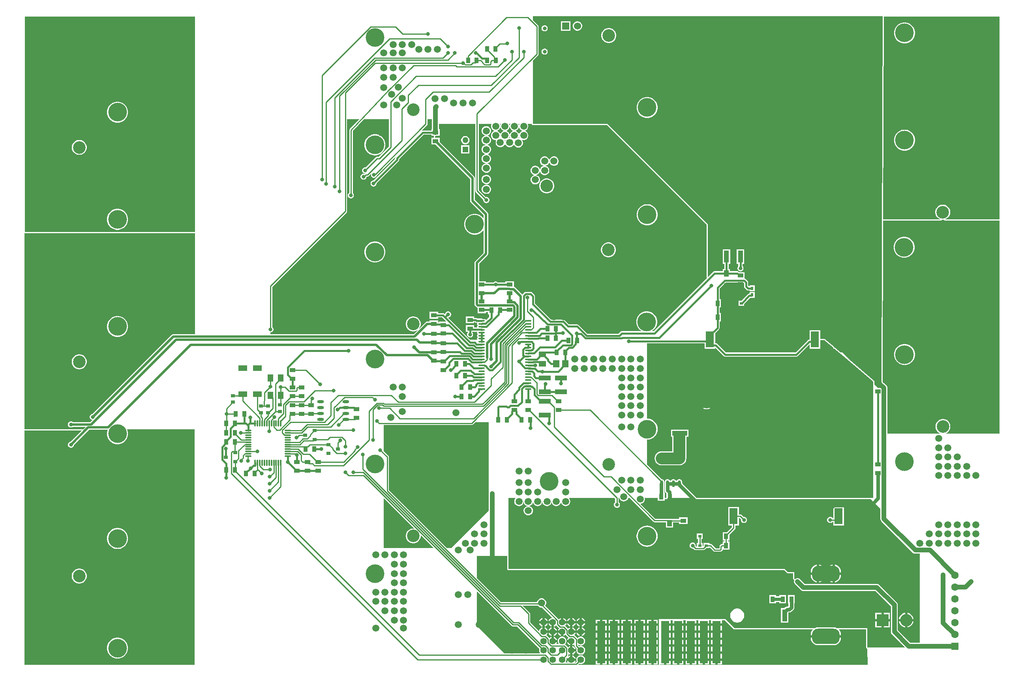
<source format=gbl>
%FSTAX23Y23*%
%MOIN*%
%SFA1B1*%

%IPPOS*%
%ADD10C,0.015000*%
%ADD13C,0.010000*%
%ADD21R,0.037400X0.051180*%
%ADD22R,0.051180X0.037400*%
%ADD55C,0.019680*%
%ADD56C,0.039370*%
%ADD58C,0.029530*%
%ADD59C,0.157480*%
%ADD60C,0.106300*%
%ADD61R,0.104330X0.104330*%
%ADD62C,0.104330*%
%ADD63R,0.050000X0.050000*%
%ADD64C,0.050000*%
%ADD65C,0.060000*%
%ADD66R,0.060000X0.060000*%
%ADD67C,0.055120*%
%ADD68R,0.070870X0.062990*%
%ADD69O,0.100000X0.130000*%
%ADD70C,0.062990*%
%ADD71R,0.062990X0.062990*%
%ADD72C,0.031500*%
%ADD73C,0.059060*%
%ADD74R,0.059060X0.011810*%
%ADD75O,0.059060X0.011810*%
%ADD76R,0.061020X0.049210*%
%ADD77R,0.053150X0.061020*%
%ADD78R,0.102360X0.041340*%
%ADD79O,0.057090X0.023620*%
%ADD80R,0.035430X0.031500*%
%ADD81R,0.049210X0.062990*%
%ADD82O,0.057090X0.011810*%
%ADD83O,0.011810X0.057090*%
%ADD84R,0.035430X0.027560*%
%ADD85R,0.075000X0.050000*%
%ADD86R,0.041340X0.102360*%
%ADD87R,0.039370X0.053150*%
%ADD88R,0.023620X0.029530*%
%ADD89R,0.029530X0.023620*%
%ADD90O,0.023620X0.057090*%
%ADD91R,0.127950X0.041340*%
%ADD92R,0.429920X0.355120*%
%ADD93R,0.070080X0.137950*%
%ADD94C,0.027560*%
%ADD95C,0.098430*%
%LNpcb1-1*%
%LPD*%
G36*
X043Y04586D02*
X04301Y04582D01*
X04303Y04579*
X04307Y04577*
X04311Y04576*
X04936*
X05777Y03736*
Y03292*
X05778Y03288*
X0578Y03285*
X05329Y02834*
X05313*
X05313Y02834*
X05328Y02844*
X0534Y02856*
X0535Y02871*
X05356Y02887*
X0536Y02904*
Y02922*
X05356Y02939*
X0535Y02955*
X0534Y02969*
X05328Y02982*
X05313Y02991*
X05297Y02998*
X0528Y03001*
X05262*
X05245Y02998*
X05229Y02991*
X05215Y02982*
X05202Y02969*
X05193Y02955*
X05186Y02939*
X05183Y02922*
Y02904*
X05186Y02887*
X05193Y02871*
X05202Y02856*
X05215Y02844*
X05229Y02834*
X0523Y02834*
X05061*
X05054Y02833*
X05048Y02829*
X05032Y02812*
X04771*
X04697Y02886*
X04691Y0289*
X04685Y02891*
X04613*
X04578Y02926*
X04572Y0293*
X04566Y02931*
X04465*
X04328Y03068*
Y03129*
X04327Y03136*
X04325Y03138*
X04323Y03142*
X04303Y03162*
X04298Y03165*
X04291Y03167*
X0425*
X04243Y03165*
X04237Y03162*
X0422Y03145*
X0416Y03205*
X04153Y03209*
X04149Y0321*
Y03257*
X04078*
Y03247*
X04014*
X04011Y03249*
X04005Y03253*
X03999Y03254*
X03992*
X03986Y03253*
X0398Y03249*
X03977Y03247*
X03913*
Y03257*
X03856*
Y03403*
X03927Y03474*
X03931Y03481*
X03933Y03489*
Y03822*
X03932Y03829*
X03931Y0383*
X03927Y03837*
X03819Y03945*
Y04128*
X03817Y04136*
X03813Y04143*
X03523Y04432*
Y04468*
X03484*
Y0447*
Y04483*
X03488Y04483*
X03495Y04484*
X03496Y04484*
X03523*
Y04541*
X03517*
Y04586*
X03661*
X03823*
Y04021*
X03824Y04016*
X03824Y04015*
X03827Y0401*
X03891Y03946*
X03891Y03945*
Y03939*
X03893Y03932*
X03896Y03926*
X03901Y03922*
X03907Y03918*
X03913Y03916*
X0392*
X03927Y03918*
X03933Y03922*
X03937Y03926*
X03941Y03932*
X03942Y03939*
Y03945*
X03941Y03952*
X03937Y03958*
X03933Y03963*
X03927Y03966*
X0392Y03968*
X03913*
X03913Y03967*
X03853Y04027*
Y04586*
X03961*
X03959Y04582*
X03956Y04572*
Y04561*
X03959Y04551*
X03964Y04542*
X03971Y04535*
X0398Y0453*
X0399Y04527*
X04001*
X04011Y0453*
X0402Y04535*
X04027Y04542*
X04032Y04551*
X04035Y04561*
Y04572*
X04032Y04582*
X0403Y04586*
X04033*
X0404*
X04038Y04582*
X04035Y04572*
Y04561*
X04038Y04551*
X04043Y04542*
X0405Y04535*
X04059Y0453*
X04069Y04527*
X04079*
X0409Y0453*
X04098Y04535*
X04106Y04542*
X04111Y04551*
X04114Y04561*
Y04572*
X04111Y04582*
X04108Y04586*
X04119*
X04116Y04582*
X04114Y04572*
Y04561*
X04116Y04551*
X04122Y04542*
X04129Y04535*
X04138Y0453*
X04148Y04527*
X04158*
X04168Y0453*
X04177Y04535*
X04185Y04542*
X0419Y04551*
X04192Y04561*
Y04572*
X0419Y04582*
X04187Y04586*
X04189*
X04198*
X04195Y04582*
X04192Y04572*
Y04561*
X04195Y04551*
X042Y04542*
X04208Y04535*
X04217Y0453*
X04227Y04527*
X04237*
X04247Y0453*
X04256Y04535*
X04263Y04542*
X04268Y04551*
X04271Y04561*
Y04572*
X04268Y04582*
X04266Y04586*
X04294*
X043*
G37*
G36*
X03458Y04541D02*
X03452D01*
Y0453*
X03381*
X03374Y04529*
X03368Y04525*
X0315Y04307*
X03147Y04301*
X03145Y04294*
Y04288*
X02965Y04108*
X02961*
X02955Y04106*
X02949Y04103*
X02944Y04098*
X02941Y04092*
X02939Y04085*
Y04079*
X02941Y04072*
X02944Y04066*
X02949Y04062*
X02955Y04058*
X02961Y04056*
X02968*
X02974Y04058*
X0298Y04062*
X02985Y04066*
X02988Y04072*
X0299Y04079*
Y04083*
X03175Y04268*
X03179Y04274*
X03181Y04281*
Y04287*
X03388Y04495*
X03452*
Y04484*
X03474*
X03474Y04484*
X03474Y04483*
Y0447*
Y04468*
X03452*
Y04411*
X03488*
X03779Y0412*
Y03937*
X0378Y03929*
X03785Y03922*
X03893Y03814*
Y03786*
X03887Y03794*
X03875Y03807*
X0386Y03816*
X03844Y03823*
X03827Y03826*
X0381*
X03793Y03823*
X03776Y03816*
X03762Y03807*
X0375Y03794*
X0374Y0378*
X03733Y03764*
X0373Y03746*
Y03729*
X03733Y03712*
X0374Y03696*
X0375Y03681*
X03762Y03669*
X03776Y03659*
X03793Y03653*
X0381Y03649*
X03827*
X03844Y03653*
X0386Y03659*
X03875Y03669*
X03887Y03681*
X03893Y0369*
Y03497*
X03822Y03426*
X03818Y03419*
X03816Y03412*
Y03062*
X03818Y03054*
X03822Y03048*
X03831Y03038*
X03838Y03034*
X03842Y03033*
Y02986*
X03913*
Y02997*
X03931*
Y02976*
X03941*
Y02954*
X03916Y02928*
X03912Y02933*
X03907Y02936*
X03901Y02937*
X03885*
X03883Y02939*
X03876Y02941*
X03841*
X0384Y02942*
X03834Y02946*
X03827Y02947*
X03814*
Y02958*
X03744*
Y02901*
X03814*
Y02912*
X0382*
X03821Y0291*
X03827Y02907*
X03834Y02905*
X03841*
X03839Y02903*
X03838Y02896*
X03839Y0289*
X03842Y02885*
X03844Y02884*
X03842Y02883*
X03839Y02878*
X03838Y02871*
X03839Y02866*
X03814*
Y02885*
X03744*
Y02828*
X03761*
Y02825*
X03759Y02822*
X03755Y02816*
X03753Y0281*
Y02803*
X03755Y02797*
X03759Y02791*
X03763Y02786*
X03769Y02783*
X03776Y02781*
X03782*
X03789Y02783*
X03795Y02786*
X038Y02791*
X03803Y02797*
X03805Y02803*
Y0281*
X03803Y02816*
X038Y02822*
X03797Y02825*
Y02828*
X03814*
Y0283*
X03841*
X03839Y02828*
X03838Y02821*
X03839Y02815*
X03842Y0281*
X03844Y02809*
X03842Y02808*
X03839Y02802*
X03838Y02796*
X03839Y0279*
X03842Y02785*
X03844Y02784*
X03842Y02783*
X03839Y02778*
X03838Y02771*
X03839Y02765*
X0384Y02763*
X03781Y02763*
X03594Y0295*
X03597*
X03604Y02952*
X0361Y02955*
X03614Y0296*
X03618Y02966*
X0362Y02973*
Y02979*
X03618Y02986*
X03614Y02992*
X0361Y02996*
X03604Y03*
X03597Y03001*
X03591*
X03584Y03*
X03578Y02996*
X03574Y02992*
X0357Y02986*
X03569Y0298*
X03567Y02978*
X03563Y02981*
X03557Y02985*
X03551Y02987*
X03509*
Y02998*
X03438*
Y0294*
X03509*
Y02951*
X03543*
X03554Y02941*
X03579Y02916*
X03517*
Y02909*
X03509*
Y02925*
X03438*
Y02916*
X03418*
X0341Y02915*
X03404Y0291*
X03349Y02855*
X03355Y02865*
X0336Y02877*
X03362Y02889*
Y02901*
X0336Y02914*
X03355Y02925*
X03348Y02935*
X0334Y02944*
X03329Y02951*
X03318Y02956*
X03306Y02958*
X03293*
X03281Y02956*
X0327Y02951*
X03259Y02944*
X03251Y02935*
X03244Y02925*
X03239Y02914*
X03237Y02901*
Y02889*
X03239Y02877*
X03244Y02865*
X03251Y02855*
X03259Y02846*
X0327Y02839*
X03281Y02835*
X03293Y02832*
X03306*
X03318Y02835*
X03329Y02839*
X03339Y02846*
X03302Y02809*
X02094*
Y0281*
Y02816*
Y02824*
X02097*
X02104Y02826*
X0211Y02829*
X02114Y02834*
X02118Y0284*
X0212Y02847*
Y02853*
X02118Y0286*
X02114Y02866*
X0211Y0287*
X02109Y02871*
Y0321*
X02737Y03837*
X0274Y03842*
X02741Y03848*
Y04625*
X02843*
X02764Y04541*
X02763Y04539*
X02761Y04537*
X02761Y04537*
X02761Y04536*
X0276Y04534*
X0276Y04531*
Y04527*
Y04004*
X02756Y04002*
X02752Y03998*
X02748Y03992*
X02746Y03985*
Y03979*
X02748Y03972*
X02752Y03966*
X02756Y03961*
X02762Y03958*
X02769Y03956*
X02775*
X02782Y03958*
X02788Y03961*
X02793Y03966*
X02796Y03972*
X02798Y03979*
Y03985*
X02796Y03992*
X02793Y03998*
X0279Y04*
Y04525*
X02884Y04625*
X03095*
Y04396*
X03007Y04308*
X02994*
X02988Y04307*
X02986Y04306*
X02983Y04304*
X02897Y04218*
X02897Y04218*
X0289*
X02883Y04216*
X02877Y04213*
X02873Y04208*
X02869Y04202*
X02868Y04196*
Y04189*
X02869Y04183*
X02873Y04177*
X02877Y04172*
X02883Y04169*
X0289Y04167*
X02892*
X0289Y04165*
X02888Y04163*
X02883Y04165*
X02876*
X0287Y04163*
X02864Y0416*
X02859Y04155*
X02856Y04149*
X02854Y04143*
Y04136*
X02856Y04129*
X02859Y04124*
X02864Y04119*
X0287Y04115*
X02876Y04114*
X02883*
X02889Y04115*
X02895Y04119*
X029Y04124*
X02903Y04129*
X02905Y04136*
Y04138*
X02907Y0414*
X02915*
X02919Y04141*
X0292Y04141*
X02925Y04144*
X02942Y04161*
X02942Y04158*
Y04152*
X02943Y04145*
X02947Y04139*
X02952Y04135*
X02957Y04131*
X02964Y0413*
X02971*
X02977Y04131*
X02983Y04135*
X02988Y04139*
X02991Y04145*
X02993Y04152*
Y04153*
X02993Y04153*
X03416Y04575*
X03419Y0458*
X0342Y04586*
Y04625*
X03458*
Y04541*
G37*
G36*
X08251Y03779D02*
X07787D01*
X0779Y03779*
X07801Y03784*
X07811Y03791*
X0782Y038*
X07827Y0381*
X07832Y03822*
X07834Y03834*
Y03846*
X07832Y03858*
X07827Y0387*
X0782Y0388*
X07811Y03889*
X07801Y03896*
X0779Y03901*
X07777Y03903*
X07765*
X07753Y03901*
X07741Y03896*
X07731Y03889*
X07722Y0388*
X07715Y0387*
X07711Y03858*
X07708Y03846*
Y03834*
X07711Y03822*
X07715Y0381*
X07722Y038*
X07731Y03791*
X07741Y03784*
X07753Y03779*
X07755Y03779*
X07268*
X07271Y04645*
X07274Y05492*
X08251*
Y03779*
G37*
G36*
X07765Y03777D02*
X07777D01*
X07777Y03777*
X07778Y03776*
X07778Y03775*
X07779Y03774*
X07779Y03773*
X0778Y03773*
X0778Y03772*
X07781Y03771*
X07782Y03771*
X07783Y0377*
X07783Y0377*
X07784Y0377*
X07785Y03769*
X07786*
X07787Y03769*
X08251*
Y01968*
X07788*
X0779Y01968*
X07802Y01973*
X07812Y0198*
X07821Y01989*
X07828Y01999*
X07833Y02011*
X07835Y02023*
Y02035*
X07833Y02047*
X07828Y02059*
X07821Y02069*
X07812Y02078*
X07802Y02085*
X0779Y0209*
X07778Y02092*
X07766*
X07754Y0209*
X07742Y02085*
X07732Y02078*
X07723Y02069*
X07716Y02059*
X07711Y02047*
X07709Y02035*
Y02023*
X07711Y02011*
X07716Y01999*
X07723Y01989*
X07732Y0198*
X07742Y01973*
X07754Y01968*
X07756Y01968*
X07305*
Y02355*
X07304Y02361*
X07304Y02362*
X07301Y02369*
X07296Y02376*
X07281Y02391*
X07275Y02395*
X07273Y02396*
X07273Y02396*
X07264Y02405*
X07268Y03769*
X07268Y03769*
X07268Y03769*
X07755*
X07756Y03769*
X07757*
X07758Y0377*
X07759Y0377*
X0776Y0377*
X07761Y03771*
X07761Y03771*
X07762Y03772*
X07763Y03773*
X07763Y03773*
X07764Y03774*
X07764Y03775*
X07765Y03776*
X07765Y03777*
X07765Y03777*
G37*
G36*
X01456Y04369D02*
Y04347D01*
Y04338*
Y04331*
Y03864*
Y03848*
Y03788*
Y0377*
Y03671*
X0002*
Y05491*
X01456*
Y04369*
G37*
G36*
X07261Y04645D02*
X07254Y02383D01*
X07254Y02354*
X07224*
X07195Y02383*
Y02409*
X07194Y0241*
X07195Y0241*
X07194Y02412*
X07194Y02413*
X07194Y02414*
X07193Y02414*
X07192Y02415*
X07192Y02416*
X07191Y02417*
X07191Y02417*
X06999Y02579*
X06921Y02657*
X06906*
X06864Y02693*
X06862Y02693*
X06861Y02694*
X06861Y02694*
X0686Y02695*
X06859Y02695*
X06857Y02695*
X06856*
X06856Y02695*
X06856Y02697*
X06855Y02698*
X06855Y02699*
X06855Y02699*
X06854Y027*
X06853Y02702*
X06853Y02702*
X06852Y02702*
X06776Y02766*
X06775Y02767*
X06773Y02768*
X06773Y02768*
X06773Y02768*
X06771Y02769*
X0677Y02769*
X06736*
Y02843*
X06646*
Y02762*
X06642*
X06635Y02761*
X0663Y02757*
X0653Y02657*
X05937*
X05866Y02728*
X05861Y02731*
X05854Y02733*
X0585*
Y02818*
X05881Y02849*
X05885Y02855*
X05886Y02861*
Y02917*
X05897*
Y02988*
X05886*
Y03035*
X05897*
Y03106*
X05886*
Y03193*
X05938Y03245*
X06086*
X06092Y03239*
Y03213*
X06094Y03206*
X06098Y032*
X06114Y03184*
X0612Y0318*
X06127Y03179*
X06139*
Y03172*
X06183*
Y03221*
X06139*
Y03214*
X06134*
X06128Y0322*
Y03246*
X06126Y03253*
X06123Y03259*
X06106Y03275*
X061Y03279*
X06098Y0328*
Y03332*
X06052*
X06048Y03336*
X06043Y0334*
X06036Y03341*
X05974*
Y0336*
X05963*
Y03403*
X05976*
Y03525*
X05915*
Y03403*
X05927*
Y0336*
X05915*
Y03341*
X05843*
X05836Y0334*
X05831Y03336*
X05787Y03292*
Y0374*
X0494Y04586*
X04311*
Y05122*
X04353Y05165*
X04356Y05169*
X04357Y05175*
Y05409*
X04356Y05414*
X04356Y05415*
X04353Y0542*
X04311Y05462*
Y05495*
X07264*
X07261Y04645*
G37*
G36*
X06846Y02694D02*
Y02685D01*
X06857*
X06933Y02621*
X07185Y02409*
Y01427*
X05691*
X05572Y01545*
Y01546*
X0557Y01555*
X05569Y01557*
Y01562*
X05567Y01571*
X05563Y01578*
X05555Y01583*
X05547Y01585*
X05538Y01583*
X05531Y01578*
X05527Y01571*
X05527Y01571*
X05517*
X05517Y01571*
X05513Y01578*
X05505Y01583*
X05497Y01585*
X05488Y01583*
X05481Y01578*
X05477Y01571*
X05477Y01571*
X05467*
X05467Y01571*
X05463Y01578*
X05455Y01583*
X05447Y01585*
X05438Y01583*
X05431Y01578*
X05427Y01571*
X05425Y01562*
Y01557*
X05424Y01555*
X05422Y01546*
Y01489*
X05424Y01479*
X05429Y01471*
X05437Y01464*
Y0144*
X05437Y01438*
Y01427*
X05422*
Y01472*
X0542*
Y01544*
X05419Y0155*
Y01562*
X05417Y01571*
X05413Y01578*
X05405Y01583*
X05397Y01585*
X05396Y01584*
X05275Y01706*
Y01918*
X05292Y0192*
X05309Y01925*
X05325Y01933*
X05338Y01944*
X05349Y01958*
X05357Y01973*
X05362Y0199*
X05364Y02007*
X05362Y02025*
X05357Y02041*
X05349Y02057*
X05338Y0207*
X05325Y02081*
X05309Y0209*
X05292Y02095*
X05275Y02096*
Y02732*
X0576*
Y02685*
X0585*
Y02694*
X05919Y02625*
X05925Y02621*
X05932Y0262*
X06535*
X06542Y02621*
X06547Y02625*
X06646Y02723*
Y02685*
X06736*
Y02759*
X0677*
X06846Y02694*
G37*
G36*
X01456Y02962D02*
D01*
Y02952*
Y02942*
Y02882*
Y02848*
Y02809*
X01273*
X01267Y02808*
X01265Y02807*
X01259Y02803*
X00591Y02135*
X00591*
X00584Y02134*
X00578Y0213*
X00574Y02125*
X0057Y0212*
X00568Y02113*
Y02106*
X0057Y021*
X00574Y02094*
X00578Y02089*
X00584Y02086*
X00589Y02084*
X00572Y02067*
X00425*
X00425Y02067*
X00419Y02071*
X00412Y02072*
X00406*
X00399Y02071*
X00393Y02067*
X00388Y02062*
X00385Y02057*
X00383Y0205*
Y02043*
X00385Y02037*
X00388Y02031*
X00393Y02026*
X00399Y02023*
X00406Y02021*
X00412*
X00419Y02023*
X00425Y02026*
X00425Y02027*
X00532*
X00513Y02007*
X00016*
Y03661*
X01456*
Y02962*
G37*
G36*
X03937Y01463D02*
X03936Y01461D01*
Y01318*
X03622Y01003*
X03584*
X03095Y01492*
Y01771*
X03094Y01777*
X03093Y01779*
X03091Y01782*
X03051Y01822*
Y02041*
X03792*
X03797Y02042*
X03797Y02043*
X03802Y02046*
X03823Y02066*
X03937*
Y01463*
G37*
G36*
X01453Y00016D02*
X00016D01*
Y01997*
X00503*
X00407Y01901*
X00406*
X00399Y01899*
X00394Y01896*
X00389Y01891*
X00385Y01885*
X00384Y01879*
Y01872*
X00385Y01866*
X00389Y0186*
X00394Y01855*
X00399Y01852*
X00406Y0185*
X00413*
X00419Y01852*
X00425Y01855*
X0043Y0186*
X00433Y01866*
X00435Y01872*
Y01873*
X00563Y02001*
X0072*
X00717Y01994*
X00714Y01977*
Y01959*
X00717Y01942*
X00724Y01926*
X00734Y01912*
X00746Y01899*
X00761Y0189*
X00777Y01883*
X00794Y01879*
X00811*
X00828Y01883*
X00845Y0189*
X00859Y01899*
X00871Y01912*
X00881Y01926*
X00888Y01942*
X00891Y01959*
Y01977*
X00888Y01994*
X00883Y02005*
X01453*
Y00016*
G37*
G36*
X05684Y0142D02*
X05687Y01417D01*
X05691Y01417*
X07165*
X07245Y01336*
Y01248*
X07246Y0124*
X07249Y01233*
X07254Y01226*
X07518Y00963*
X07521Y0096*
X07524Y00958*
X07527Y00957*
X07531Y00955*
X07539Y00954*
X07578*
Y00413*
Y00202*
X07497*
X07391Y00307*
Y00521*
X0739Y00529*
X07388Y00536*
X07383Y00542*
X07235Y0069*
X07229Y00695*
X07227Y00695*
X07222Y00698*
X07214Y00699*
X06606*
X06566Y00739*
X0656Y00744*
X06552Y00747*
X06545Y00748*
X06537Y00747*
X0653Y00744*
X06524Y00739*
X06517Y00746*
Y00799*
X06464*
X06437Y00826*
X04104*
Y01003*
Y01427*
X04166*
X04164Y01425*
X04158Y01417*
X04154Y01407*
X04153Y01397*
X04154Y01387*
X04158Y01377*
X04164Y01369*
X04173Y01363*
X04182Y01359*
X04192Y01357*
X04203Y01359*
X04212Y01363*
X0422Y01369*
X04227Y01377*
X04231Y01387*
X04232Y01395*
X04233Y01387*
X04237Y01377*
X04243Y01369*
X04251Y01363*
X04261Y01359*
X04269Y01358*
X04261Y01357*
X04251Y01353*
X04243Y01346*
X04237Y01338*
X04233Y01329*
X04231Y01318*
X04233Y01308*
X04237Y01299*
X04243Y0129*
X04251Y01284*
X04261Y0128*
X04271Y01279*
X04281Y0128*
X04291Y01284*
X04299Y0129*
X04306Y01299*
X0431Y01308*
X04311Y01318*
X0431Y01329*
X04306Y01338*
X04299Y01346*
X04291Y01353*
X04281Y01357*
X04274Y01358*
X04281Y01359*
X04291Y01363*
X04299Y01369*
X04306Y01377*
X0431Y01387*
X04311Y01395*
X04312Y01387*
X04316Y01377*
X04322Y01369*
X0433Y01363*
X0434Y01359*
X0435Y01357*
X0436Y01359*
X0437Y01363*
X04378Y01369*
X04384Y01377*
X04388Y01387*
X04389Y01395*
X0439Y01387*
X04394Y01377*
X04401Y01369*
X04409Y01363*
X04418Y01359*
X04429Y01357*
X04439Y01359*
X04448Y01363*
X04457Y01369*
X04463Y01377*
X04467Y01387*
X04468Y01395*
X04469Y01387*
X04473Y01377*
X04479Y01369*
X04488Y01363*
X04497Y01359*
X04507Y01357*
X04518Y01359*
X04527Y01363*
X04535Y01369*
X04542Y01377*
X04546Y01387*
X04547Y01395*
X04548Y01387*
X04552Y01377*
X04558Y01369*
X04566Y01363*
X04576Y01359*
X04586Y01357*
X04596Y01359*
X04606Y01363*
X04614Y01369*
X04621Y01377*
X04624Y01387*
X04626Y01397*
X04624Y01407*
X04621Y01417*
X04614Y01425*
X04612Y01427*
X04998*
X05004Y0142*
Y01388*
X05001Y01386*
X04997Y01381*
X04994Y01374*
X04993Y01368*
X04994Y01361*
X04997Y01355*
X05001Y01349*
X05006Y01345*
X05013Y01343*
X05019Y01342*
X05026Y01343*
X05032Y01345*
X05037Y01349*
X05042Y01355*
X05044Y01361*
X05045Y01368*
X05044Y01374*
X05042Y01381*
X05037Y01386*
X05034Y01388*
Y01427*
X0504*
X0504Y01426*
X05044Y01417*
X0505Y01408*
X05058Y01402*
X05068Y01398*
X05078Y01397*
X05089Y01398*
X05098Y01402*
X05106Y01408*
X05113Y01417*
X05117Y01426*
X05117Y01427*
X05125*
X05328Y01224*
X05333Y01221*
X05334Y0122*
X05338Y0122*
X05433*
Y01177*
X05492*
Y01218*
X05545*
Y01204*
X05616*
Y01261*
X05545*
Y01248*
X05492*
Y0125*
X05449*
X05447Y0125*
X05345*
X05217Y01377*
X05227Y01378*
X05236Y01382*
X05245Y01389*
X05251Y01397*
X05255Y01407*
X05256Y01417*
X05255Y01427*
X05365*
Y01401*
X05422*
Y01417*
X05437*
X05441Y01417*
X05445Y0142*
X05447Y01423*
X05448Y01427*
X05677*
X05684Y0142*
G37*
G36*
X03309Y01167D02*
X03306Y01167D01*
X03293*
X03281Y01165*
X0327Y0116*
X03259Y01153*
X03251Y01144*
X03244Y01134*
X03239Y01123*
X03237Y0111*
Y01098*
X03239Y01086*
X03244Y01074*
X03251Y01064*
X03259Y01055*
X0327Y01048*
X03281Y01044*
X03293Y01041*
X03306*
X03318Y01044*
X03329Y01048*
X0334Y01055*
X03348Y01064*
X03355Y01074*
X0336Y01086*
X03362Y01098*
Y0111*
X03362Y01113*
X03472Y01003*
X03051*
Y01424*
X03309Y01167*
G37*
G36*
X06006Y00317D02*
X06009Y00315D01*
X06013Y00314*
X06673*
X06666Y00305*
X0666Y00295*
X06657Y00284*
X06656Y00272*
Y00267*
X06716*
Y00247*
X06656*
Y00242*
X06657Y0023*
X0666Y00219*
X06666Y00208*
X06673Y00199*
X06682Y00192*
X06693Y00186*
X06704Y00183*
X06716Y00182*
X06718Y00182*
X06847*
X0685Y00182*
X06862Y00183*
X06873Y00186*
X06883Y00192*
X06893Y00199*
X069Y00208*
X06906Y00219*
X06909Y0023*
X0691Y00242*
Y00247*
X0685*
Y00192*
X06716*
Y00193*
Y00322*
X0685*
Y00267*
X0691*
Y00272*
X06909Y00284*
X06906Y00295*
X069Y00305*
X06893Y00314*
X07125*
Y00162*
X07126Y00158*
X07128Y00155*
X07131Y00152*
X07135Y00152*
X07135*
X07137Y00016*
X05384*
Y00018*
X05418*
Y0006*
X05428*
Y0007*
X05473*
Y00077*
Y00109*
X05428*
Y00129*
X05473*
Y00136*
Y00168*
X05428*
Y00188*
X05473*
Y00195*
Y00227*
X05428*
Y00247*
X05473*
Y00254*
Y00286*
X05428*
Y00306*
X05473*
Y00313*
Y00345*
X05428*
Y00365*
X05473*
Y00393*
X0549*
Y00365*
X05536*
X05581*
Y00393*
X05599*
Y00365*
X05644*
X0569*
Y00393*
X05707*
Y00365*
X05752*
X05798*
Y00393*
X05815*
Y00365*
X05861*
X05906*
Y00393*
X0593*
X06006Y00317*
G37*
G36*
X04094Y00826D02*
X04095Y00822D01*
X04097Y00819*
X041Y00817*
X04104Y00816*
X06432*
X06457Y00792*
X0646Y00789*
X06464Y00789*
X06474*
X06507Y00756*
Y00746*
X06508Y00742*
X06509Y00741*
X0651Y00738*
X06517Y00732*
X06518Y00731*
X06518Y00731*
X06516Y00726*
X06515Y00718*
X06516Y0071*
X06519Y00703*
X06524Y00697*
X06573Y00648*
X06579Y00643*
X06586Y0064*
X06594Y00639*
X07202*
X07332Y00509*
Y00295*
X07333Y00287*
X07335Y00282*
X07336Y0028*
X07341Y00274*
X07453Y00162*
X07135*
Y00322*
X07133Y00324*
X06879*
X06873Y00327*
X06862Y00331*
X0685Y00332*
X06849Y00332*
X06717*
X06716Y00332*
X06704Y00331*
X06693Y00327*
X06687Y00324*
X06013*
X05935Y00403*
X05374*
Y00016*
X04691*
X047Y00024*
X04709Y00022*
X04719*
X04729Y00025*
X04737Y0003*
X04744Y00037*
X04749Y00045*
X04751Y00055*
Y00064*
X04749Y00074*
X04744Y00083*
X04737Y00089*
X04729Y00094*
X04719Y00097*
X04709*
X047Y00094*
X04691Y00089*
X04684Y00083*
X04679Y00074*
X04677Y00064*
Y00055*
X04679Y00046*
X04669Y00036*
X04665*
X04665Y00036*
X0467Y00045*
X04672Y0005*
X04635*
X04599*
X046Y00045*
X04605Y00036*
X04606Y00036*
X04586*
X04587Y00037*
X04591Y00045*
X04594Y00055*
Y00064*
X04592Y00073*
X04606Y00087*
X04608Y00091*
X04609Y00092*
X0461Y00098*
Y0011*
X04612Y00108*
X04621Y00103*
X04625Y00102*
Y00138*
Y00174*
X04621Y00173*
X04612Y00168*
X04607Y00163*
X04606Y00165*
X04583Y00187*
X04581Y00189*
X04587Y00194*
X04591Y00203*
X04594Y00212*
Y00222*
X04591Y00231*
X04587Y0024*
X0458Y00247*
X04571Y00252*
X04562Y00254*
X04552*
X04542Y00252*
X04534Y00247*
X04527Y0024*
X04522Y00231*
X04519Y00222*
Y00212*
X04522Y00203*
X04527Y00194*
X04529Y00192*
X04506*
X04508Y00194*
X04513Y00203*
X04514Y00207*
X04478*
Y00217*
X04468*
Y00253*
X04463Y00252*
X04455Y00247*
X0445Y00242*
X04449Y00243*
X04425Y00267*
X04424Y00268*
X04429Y00273*
X04434Y00281*
X04435Y00286*
X04399*
Y00296*
X04389*
Y00332*
X04385Y00331*
X04376Y00326*
X04369Y00319*
X04364Y0031*
X04362Y00301*
Y003*
X04288Y00374*
Y00444*
X04287Y0045*
X04286Y00452*
X04283Y00455*
X04222Y00516*
X04351*
X04352Y00515*
X04359Y00507*
X04368Y00502*
X04378Y00499*
X04386*
X04473Y00412*
X04473*
X04463Y0041*
X04455Y00405*
X04448Y00398*
X04443Y00389*
X04442Y00385*
X04478*
Y00375*
X04488*
Y00338*
X04492Y0034*
X04501Y00344*
X04506Y0035*
X04507Y00348*
X04531Y00325*
X04532Y00324*
X04527Y00319*
X04522Y0031*
X0452Y00306*
X04557*
Y00296*
X04567*
Y0026*
X04571Y00261*
X0458Y00266*
X04585Y00271*
X04586Y0027*
X0461Y00246*
X0461Y00245*
X04605Y0024*
X046Y00232*
X04599Y00227*
X04635*
Y00217*
X04645*
Y00181*
X0465Y00182*
X04658Y00187*
X0466Y00189*
Y00177*
Y00177*
X04661Y00172*
X04662Y00171*
X04665Y00166*
X04679Y00152*
X04677Y00143*
Y00133*
X04679Y00124*
X04684Y00115*
X04691Y00108*
X047Y00103*
X04709Y00101*
X04719*
X04729Y00103*
X04737Y00108*
X04744Y00115*
X04749Y00124*
X04751Y00133*
Y00143*
X04749Y00153*
X04744Y00161*
X04737Y00168*
X04729Y00173*
X04719Y00176*
X04709*
X047Y00173*
X04691Y00183*
Y00187*
X04691Y00187*
X047Y00182*
X04709Y0018*
X04719*
X04729Y00182*
X04737Y00187*
X04744Y00194*
X04749Y00203*
X04751Y00212*
Y00222*
X04749Y00231*
X04744Y0024*
X04737Y00247*
X04729Y00252*
X04719Y00254*
X04709*
X047Y00252*
X04691Y00247*
X04686Y00242*
X04661Y00267*
X0466Y00268*
X04665Y00273*
X0467Y00281*
X04672Y00286*
X04635*
Y00296*
X04625*
Y00332*
X04621Y00331*
X04612Y00326*
X04607Y00321*
X04607Y00321*
X04582Y00346*
X04582Y00346*
X04587Y00351*
X04592Y0036*
X04593Y00365*
X04557*
Y00375*
X04547*
Y00411*
X04542Y0041*
X04534Y00405*
X04529Y004*
X04528Y004*
X04414Y00514*
X04415Y00515*
X0442Y00524*
X04423Y00534*
Y00544*
X0442Y00554*
X04415Y00563*
X04408Y0057*
X04399Y00576*
X04389Y00578*
X04378*
X04368Y00576*
X04359Y0057*
X04352Y00563*
X04347Y00554*
X04345Y00546*
X04041*
X03838Y00749*
Y00935*
X04094*
Y00826*
G37*
G36*
X0413Y00345D02*
D01*
X04134Y00343*
X04135Y00342*
X04141Y0034*
X04176*
X04364Y00152*
X04362Y00143*
Y00133*
X04364Y00124*
X04369Y00115*
X04371Y00113*
X04069*
X03838Y00344*
Y00637*
X0413Y00345*
G37*
%LNpcb1-2*%
%LPC*%
G36*
X03922Y04566D02*
X03912D01*
X03902Y04564*
X03893Y04559*
X03885Y04551*
X0388Y04542*
X03877Y04532*
Y04522*
X0388Y04512*
X03885Y04503*
X03893Y04496*
X03902Y0449*
X03912Y04488*
X03922*
X03932Y0449*
X03941Y04496*
X03948Y04503*
X03954Y04512*
X03956Y04522*
Y04532*
X03954Y04542*
X03948Y04551*
X03941Y04559*
X03932Y04564*
X03922Y04566*
G37*
G36*
X04237Y04527D02*
X04227D01*
X04217Y04524*
X04208Y04519*
X042Y04512*
X04195Y04503*
X04192Y04493*
Y04483*
X04195Y04472*
X042Y04464*
X04202Y04462*
X04202Y04462*
X04192Y04465*
X04185*
X0419Y04472*
X04192Y04483*
Y04493*
X0419Y04503*
X04185Y04512*
X04177Y04519*
X04168Y04524*
X04158Y04527*
X04148*
X04138Y04524*
X04129Y04519*
X04122Y04512*
X04116Y04503*
X04114Y04493*
Y04483*
X04116Y04472*
X04119Y04468*
X04119Y04468*
X04108*
X04108Y04468*
X04111Y04472*
X04114Y04483*
Y04493*
X04111Y04503*
X04106Y04512*
X04098Y04519*
X0409Y04524*
X04079Y04527*
X04069*
X04059Y04524*
X0405Y04519*
X04043Y04512*
X04038Y04503*
X04035Y04493*
Y04483*
X04038Y04472*
X0404Y04468*
X0404Y04468*
X0403*
X0403Y04468*
X04032Y04472*
X04035Y04483*
Y04493*
X04032Y04503*
X04027Y04512*
X0402Y04519*
X04011Y04524*
X04001Y04527*
X0399*
X0398Y04524*
X03971Y04519*
X03964Y04512*
X03959Y04503*
X03956Y04493*
Y04483*
X03959Y04472*
X03964Y04464*
X03971Y04456*
X0398Y04451*
X0399Y04448*
X04001*
X04001Y04448*
X03998Y04444*
X03996Y04434*
Y04423*
X03998Y04413*
X04003Y04404*
X04011Y04397*
X0402Y04392*
X0403Y04389*
X0404*
X0405Y04392*
X04059Y04397*
X04066Y04404*
X04072Y04413*
X04074Y04423*
Y04434*
X04072Y04444*
X04069Y04448*
X04069Y04448*
X04079*
X0408Y04448*
X04077Y04444*
X04074Y04434*
Y04423*
X04077Y04413*
X04082Y04404*
X0409Y04397*
X04098Y04392*
X04108Y04389*
X04119*
X04129Y04392*
X04138Y04397*
X04145Y04404*
X04149Y04412*
X0415Y0441*
X04155Y04401*
X04162Y04394*
X04171Y04389*
X04181Y04386*
X04192*
X04202Y04389*
X04211Y04394*
X04218Y04401*
X04223Y0441*
X04226Y0442*
Y0443*
X04223Y0444*
X04218Y04449*
X04216Y04451*
X04217Y04451*
X04227Y04448*
X04237*
X04247Y04451*
X04256Y04456*
X04263Y04464*
X04268Y04472*
X04271Y04483*
Y04493*
X04268Y04503*
X04263Y04512*
X04256Y04519*
X04247Y04524*
X04237Y04527*
G37*
G36*
X03744Y04483D02*
X03735D01*
X03726Y04481*
X03718Y04476*
X03712Y0447*
X03707Y04462*
X03705Y04453*
Y04444*
X03707Y04435*
X03712Y04427*
X03718Y0442*
X03726Y04416*
X03735Y04413*
X03744*
X03753Y04416*
X03761Y0442*
X03768Y04427*
X03772Y04435*
X03775Y04444*
Y04453*
X03772Y04462*
X03768Y0447*
X03761Y04476*
X03753Y04481*
X03744Y04483*
G37*
G36*
X03922Y04488D02*
X03912D01*
X03902Y04485*
X03893Y0448*
X03885Y04472*
X0388Y04464*
X03877Y04454*
Y04443*
X0388Y04433*
X03885Y04424*
X03893Y04417*
X03902Y04412*
X03912Y04409*
X03922*
X03932Y04412*
X03941Y04417*
X03948Y04424*
X03954Y04433*
X03956Y04443*
Y04454*
X03954Y04464*
X03948Y04472*
X03941Y0448*
X03932Y04485*
X03922Y04488*
G37*
G36*
X03775Y04404D02*
X03705D01*
Y04335*
X03775*
Y04404*
G37*
G36*
X03922Y04409D02*
X03912D01*
X03902Y04406*
X03893Y04401*
X03885Y04394*
X0388Y04385*
X03877Y04375*
Y04364*
X0388Y04354*
X03885Y04345*
X03893Y04338*
X03902Y04333*
X03912Y0433*
X03922*
X03932Y04333*
X03941Y04338*
X03948Y04345*
X03954Y04354*
X03956Y04364*
Y04375*
X03954Y04385*
X03948Y04394*
X03941Y04401*
X03932Y04406*
X03922Y04409*
G37*
G36*
Y0433D02*
X03912D01*
X03902Y04328*
X03893Y04322*
X03885Y04315*
X0388Y04306*
X03877Y04296*
Y04286*
X0388Y04276*
X03885Y04267*
X03893Y04259*
X03902Y04254*
X03912Y04251*
X03922*
X03932Y04254*
X03941Y04259*
X03948Y04267*
X03954Y04276*
X03956Y04286*
Y04296*
X03954Y04306*
X03948Y04315*
X03941Y04322*
X03932Y04328*
X03922Y0433*
G37*
G36*
X04493Y04311D02*
X04483D01*
X04472Y04308*
X04464Y04303*
X04456Y04295*
X04451Y04286*
X04448Y04276*
Y04266*
X04451Y04256*
X04456Y04247*
X04464Y0424*
X04472Y04234*
X04483Y04232*
X04493*
X04503Y04234*
X04512Y0424*
X04519Y04247*
X04524Y04256*
X04527Y04266*
Y04276*
X04524Y04286*
X04519Y04295*
X04512Y04303*
X04503Y04308*
X04493Y04311*
G37*
G36*
X04414D02*
X04404D01*
X04394Y04308*
X04385Y04303*
X04377Y04295*
X04372Y04286*
X0437Y04276*
Y04266*
X04372Y04256*
X04377Y04247*
X04385Y0424*
X04394Y04234*
X04404Y04232*
X04414*
X04424Y04234*
X04433Y0424*
X0444Y04247*
X04446Y04256*
X04448Y04266*
Y04276*
X04446Y04286*
X0444Y04295*
X04433Y04303*
X04424Y04308*
X04414Y04311*
G37*
G36*
X03922Y04251D02*
X03912D01*
X03902Y04249*
X03893Y04244*
X03885Y04236*
X0388Y04227*
X03877Y04217*
Y04207*
X0388Y04197*
X03885Y04188*
X03893Y04181*
X03902Y04175*
X03912Y04173*
X03922*
X03932Y04175*
X03941Y04181*
X03948Y04188*
X03954Y04197*
X03956Y04207*
Y04217*
X03954Y04227*
X03948Y04236*
X03941Y04244*
X03932Y04249*
X03922Y04251*
G37*
G36*
X04414Y04232D02*
X04404D01*
X04394Y04229*
X04385Y04224*
X04377Y04217*
X04372Y04208*
X0437Y04198*
Y04187*
X04372Y04177*
X04377Y04168*
X04385Y04161*
X04394Y04156*
X04404Y04153*
X04414*
X04424Y04156*
X04433Y04161*
X0444Y04168*
X04446Y04177*
X04448Y04187*
Y04198*
X04446Y04208*
X0444Y04217*
X04433Y04224*
X04424Y04229*
X04414Y04232*
G37*
G36*
X04335D02*
X04325D01*
X04315Y04229*
X04306Y04224*
X04299Y04217*
X04294Y04208*
X04291Y04198*
Y04187*
X04294Y04177*
X04299Y04168*
X04306Y04161*
X04315Y04156*
X04325Y04153*
X04335*
X04345Y04156*
X04354Y04161*
X04362Y04168*
X04367Y04177*
X0437Y04187*
Y04198*
X04367Y04208*
X04362Y04217*
X04354Y04224*
X04345Y04229*
X04335Y04232*
G37*
G36*
X03922Y04156D02*
X03912D01*
X03902Y04153*
X03893Y04148*
X03885Y04141*
X0388Y04132*
X03877Y04122*
Y04111*
X0388Y04101*
X03885Y04092*
X03893Y04085*
X03902Y0408*
X03912Y04077*
X03922*
X03932Y0408*
X03941Y04085*
X03948Y04092*
X03954Y04101*
X03956Y04111*
Y04122*
X03954Y04132*
X03948Y04141*
X03941Y04148*
X03932Y04153*
X03922Y04156*
G37*
G36*
X04335Y04153D02*
X04325D01*
X04315Y0415*
X04306Y04145*
X04299Y04138*
X04294Y04129*
X04291Y04119*
Y04108*
X04294Y04098*
X04299Y0409*
X04306Y04082*
X04315Y04077*
X04325Y04074*
X04335*
X04345Y04077*
X04354Y04082*
X04362Y0409*
X04367Y04098*
X0437Y04108*
Y04119*
X04367Y04129*
X04362Y04138*
X04354Y04145*
X04345Y0415*
X04335Y04153*
G37*
G36*
X04433Y04124D02*
X0442D01*
X04408Y04122*
X04397Y04117*
X04387Y0411*
X04378Y04101*
X04371Y04091*
X04366Y0408*
X04364Y04068*
Y04055*
X04366Y04043*
X04371Y04031*
X04378Y04021*
X04387Y04012*
X04397Y04005*
X04408Y04001*
X0442Y03998*
X04433*
X04445Y04001*
X04457Y04005*
X04467Y04012*
X04476Y04021*
X04482Y04031*
X04487Y04043*
X0449Y04055*
Y04068*
X04487Y0408*
X04482Y04091*
X04476Y04101*
X04467Y0411*
X04457Y04117*
X04445Y04122*
X04433Y04124*
G37*
G36*
X03922Y04072D02*
X03912D01*
X03902Y0407*
X03893Y04064*
X03885Y04057*
X0388Y04048*
X03877Y04038*
Y04028*
X0388Y04018*
X03885Y04009*
X03893Y04001*
X03902Y03996*
X03912Y03994*
X03922*
X03932Y03996*
X03941Y04001*
X03948Y04009*
X03954Y04018*
X03956Y04028*
Y04038*
X03954Y04048*
X03948Y04057*
X03941Y04064*
X03932Y0407*
X03922Y04072*
G37*
G36*
X05283Y03907D02*
X05266D01*
X05249Y03904*
X05232Y03897*
X05218Y03887*
X05206Y03875*
X05196Y0386*
X05189Y03844*
X05186Y03827*
Y0381*
X05189Y03793*
X05196Y03776*
X05206Y03762*
X05218Y0375*
X05232Y0374*
X05249Y03733*
X05266Y0373*
X05283*
X053Y03733*
X05316Y0374*
X05331Y0375*
X05343Y03762*
X05353Y03776*
X0536Y03793*
X05363Y0381*
Y03827*
X0536Y03844*
X05353Y0386*
X05343Y03875*
X05331Y03887*
X05316Y03897*
X053Y03904*
X05283Y03907*
G37*
G36*
X04954Y03584D02*
X04941D01*
X04929Y03582*
X04918Y03577*
X04907Y0357*
X04899Y03561*
X04892Y03551*
X04887Y0354*
X04885Y03527*
Y03515*
X04887Y03503*
X04892Y03491*
X04899Y03481*
X04907Y03472*
X04918Y03465*
X04929Y03461*
X04941Y03458*
X04954*
X04966Y03461*
X04977Y03465*
X04988Y03472*
X04996Y03481*
X05003Y03491*
X05008Y03503*
X05011Y03515*
Y03527*
X05008Y0354*
X05003Y03551*
X04996Y03561*
X04988Y0357*
X04977Y03577*
X04966Y03582*
X04954Y03584*
G37*
G36*
X02985Y04498D02*
X02967D01*
X0295Y04494*
X02934Y04487*
X02919Y04478*
X02907Y04465*
X02897Y04451*
X02891Y04435*
X02887Y04418*
Y044*
X02891Y04383*
X02897Y04367*
X02907Y04352*
X02919Y0434*
X02934Y0433*
X0295Y04324*
X02967Y0432*
X02985*
X03002Y04324*
X03018Y0433*
X03032Y0434*
X03045Y04352*
X03054Y04367*
X03061Y04383*
X03064Y044*
Y04418*
X03061Y04435*
X03054Y04451*
X03045Y04465*
X03032Y04478*
X03018Y04487*
X03002Y04494*
X02985Y04498*
G37*
G36*
Y03592D02*
X02967D01*
X0295Y03589*
X02934Y03582*
X02919Y03572*
X02907Y0356*
X02897Y03545*
X02891Y03529*
X02887Y03512*
Y03495*
X02891Y03478*
X02897Y03461*
X02907Y03447*
X02919Y03435*
X02934Y03425*
X0295Y03418*
X02967Y03415*
X02985*
X03002Y03418*
X03018Y03425*
X03032Y03435*
X03045Y03447*
X03054Y03461*
X03061Y03478*
X03064Y03495*
Y03512*
X03061Y03529*
X03054Y03545*
X03045Y0356*
X03032Y03572*
X03018Y03582*
X03002Y03589*
X02985Y03592*
G37*
G36*
X07456Y05442D02*
X07439D01*
X07422Y05439*
X07406Y05432*
X07391Y05423*
X07379Y0541*
X07369Y05396*
X07362Y0538*
X07359Y05363*
Y05345*
X07362Y05328*
X07369Y05312*
X07379Y05297*
X07391Y05285*
X07406Y05275*
X07422Y05269*
X07439Y05265*
X07456*
X07473Y05269*
X0749Y05275*
X07504Y05285*
X07516Y05297*
X07526Y05312*
X07533Y05328*
X07536Y05345*
Y05363*
X07533Y0538*
X07526Y05396*
X07516Y0541*
X07504Y05423*
X0749Y05432*
X07473Y05439*
X07456Y05442*
G37*
G36*
Y04537D02*
X07439D01*
X07422Y04534*
X07406Y04527*
X07391Y04517*
X07379Y04505*
X07369Y0449*
X07362Y04474*
X07359Y04457*
Y0444*
X07362Y04422*
X07369Y04406*
X07379Y04392*
X07391Y0438*
X07406Y0437*
X07422Y04363*
X07439Y0436*
X07456*
X07473Y04363*
X0749Y0437*
X07504Y0438*
X07516Y04392*
X07526Y04406*
X07533Y04422*
X07536Y0444*
Y04457*
X07533Y04474*
X07526Y0449*
X07516Y04505*
X07504Y04517*
X0749Y04527*
X07473Y04534*
X07456Y04537*
G37*
G36*
X07453Y03631D02*
X07436D01*
X07419Y03628*
X07402Y03621*
X07388Y03612*
X07376Y03599*
X07366Y03585*
X07359Y03569*
X07356Y03552*
Y03534*
X07359Y03517*
X07366Y03501*
X07376Y03486*
X07388Y03474*
X07402Y03464*
X07419Y03458*
X07436Y03454*
X07453*
X0747Y03458*
X07486Y03464*
X07501Y03474*
X07513Y03486*
X07523Y03501*
X0753Y03517*
X07533Y03534*
Y03552*
X0753Y03569*
X07523Y03585*
X07513Y03599*
X07501Y03612*
X07486Y03621*
X0747Y03628*
X07453Y03631*
G37*
G36*
X07457Y02726D02*
X0744D01*
X07422Y02722*
X07406Y02716*
X07392Y02706*
X0738Y02694*
X0737Y02679*
X07363Y02663*
X0736Y02646*
Y02629*
X07363Y02611*
X0737Y02595*
X0738Y02581*
X07392Y02568*
X07406Y02559*
X07422Y02552*
X0744Y02549*
X07457*
X07474Y02552*
X0749Y02559*
X07505Y02568*
X07517Y02581*
X07527Y02595*
X07534Y02611*
X07537Y02629*
Y02646*
X07534Y02663*
X07527Y02679*
X07517Y02694*
X07505Y02706*
X0749Y02716*
X07474Y02722*
X07457Y02726*
G37*
G36*
X00811Y04773D02*
X00794D01*
X00777Y0477*
X00761Y04763*
X00746Y04753*
X00734Y04741*
X00724Y04727*
X00717Y0471*
X00714Y04693*
Y04676*
X00717Y04659*
X00724Y04643*
X00734Y04628*
X00746Y04616*
X00761Y04606*
X00777Y04599*
X00794Y04596*
X00811*
X00828Y04599*
X00845Y04606*
X00859Y04616*
X00871Y04628*
X00881Y04643*
X00888Y04659*
X00891Y04676*
Y04693*
X00888Y0471*
X00881Y04727*
X00871Y04741*
X00859Y04753*
X00845Y04763*
X00828Y0477*
X00811Y04773*
G37*
G36*
X00485Y0445D02*
X00473D01*
X00461Y04448*
X00449Y04443*
X00439Y04436*
X0043Y04427*
X00423Y04417*
X00418Y04406*
X00416Y04394*
Y04381*
X00418Y04369*
X00423Y04357*
X0043Y04347*
X00439Y04338*
X00449Y04331*
X00461Y04327*
X00473Y04324*
X00485*
X00497Y04327*
X00509Y04331*
X00519Y04338*
X00528Y04347*
X00535Y04357*
X0054Y04369*
X00542Y04381*
Y04394*
X0054Y04406*
X00535Y04417*
X00528Y04427*
X00519Y04436*
X00509Y04443*
X00497Y04448*
X00485Y0445*
G37*
G36*
X00811Y03868D02*
X00794D01*
X00777Y03864*
X00761Y03858*
X00746Y03848*
X00734Y03835*
X00724Y03821*
X00717Y03805*
X00714Y03788*
Y0377*
X00717Y03753*
X00724Y03737*
X00734Y03723*
X00746Y0371*
X00761Y03701*
X00777Y03694*
X00794Y0369*
X00811*
X00828Y03694*
X00845Y03701*
X00859Y0371*
X00871Y03723*
X00881Y03737*
X00888Y03753*
X00891Y0377*
Y03788*
X00888Y03805*
X00881Y03821*
X00871Y03835*
X00859Y03848*
X00845Y03858*
X00828Y03864*
X00811Y03868*
G37*
G36*
X04691Y05453D02*
X04681D01*
X04671Y0545*
X04662Y05445*
X04654Y05437*
X04649Y05428*
X04646Y05418*
Y05408*
X04649Y05398*
X04654Y05388*
X04662Y05381*
X04671Y05376*
X04681Y05373*
X04691*
X04701Y05376*
X04711Y05381*
X04718Y05388*
X04723Y05398*
X04726Y05408*
Y05418*
X04723Y05428*
X04718Y05437*
X04711Y05445*
X04701Y0545*
X04691Y05453*
G37*
G36*
X04626D02*
X04546D01*
Y05373*
X04626*
Y05453*
G37*
G36*
X04412Y05419D02*
X04406D01*
X04399Y05417*
X04393Y05414*
X04388Y05409*
X04385Y05403*
X04383Y05397*
Y0539*
X04385Y05383*
X04388Y05377*
X04393Y05373*
X04399Y05369*
X04406Y05368*
X04412*
X04419Y05369*
X04425Y05373*
X04429Y05377*
X04433Y05383*
X04435Y0539*
Y05397*
X04433Y05403*
X04429Y05409*
X04425Y05414*
X04419Y05417*
X04412Y05419*
G37*
G36*
X04957Y05395D02*
X04945D01*
X04932Y05393*
X04921Y05388*
X04911Y05381*
X04902Y05372*
X04895Y05362*
X0489Y05351*
X04888Y05338*
Y05326*
X0489Y05314*
X04895Y05302*
X04902Y05292*
X04911Y05283*
X04921Y05276*
X04932Y05272*
X04945Y05269*
X04957*
X04969Y05272*
X04981Y05276*
X04991Y05283*
X05Y05292*
X05007Y05302*
X05011Y05314*
X05014Y05326*
Y05338*
X05011Y05351*
X05007Y05362*
X05Y05372*
X04991Y05381*
X04981Y05388*
X04969Y05393*
X04957Y05395*
G37*
G36*
X04412Y05222D02*
X04406D01*
X04399Y0522*
X04393Y05217*
X04388Y05212*
X04385Y05206*
X04383Y052*
Y05193*
X04385Y05186*
X04388Y05181*
X04393Y05176*
X04399Y05173*
X04406Y05171*
X04412*
X04419Y05173*
X04425Y05176*
X04429Y05181*
X04433Y05186*
X04435Y05193*
Y052*
X04433Y05206*
X04429Y05212*
X04425Y05217*
X04419Y0522*
X04412Y05222*
G37*
G36*
X05283Y04812D02*
X05266D01*
X05249Y04809*
X05232Y04802*
X05218Y04793*
X05206Y0478*
X05196Y04766*
X05189Y0475*
X05186Y04733*
Y04715*
X05189Y04698*
X05196Y04682*
X05206Y04667*
X05218Y04655*
X05232Y04645*
X05249Y04639*
X05266Y04635*
X05283*
X053Y04639*
X05316Y04645*
X05331Y04655*
X05343Y04667*
X05353Y04682*
X0536Y04698*
X05363Y04715*
Y04733*
X0536Y0475*
X05353Y04766*
X05343Y0478*
X05331Y04793*
X05316Y04802*
X053Y04809*
X05283Y04812*
G37*
G36*
X06092Y03525D02*
X06031D01*
Y03403*
X06044*
Y03384*
X06042Y03381*
X06039Y03376*
X06037Y03369*
Y03362*
X06039Y03356*
X06042Y0335*
X06047Y03345*
X06053Y03342*
X06059Y0334*
X06066*
X06072Y03342*
X06078Y03345*
X06083Y0335*
X06086Y03356*
X06088Y03362*
Y03369*
X06086Y03376*
X06083Y03381*
X0608Y03385*
Y03403*
X06092*
Y03525*
G37*
G36*
X06183Y03166D02*
X06139D01*
Y03152*
X06137*
X0613Y0315*
X06128Y03149*
X06124Y03146*
X0607Y03092*
X06046*
Y03049*
X06095*
Y03067*
X06144Y03116*
X06157*
X06158Y03117*
X06183*
Y03166*
G37*
G36*
X05905Y02421D02*
X05893Y0242D01*
X05882Y02417*
X05872Y02411*
X05863Y02404*
X05735Y02275*
X05727Y02266*
X05722Y02256*
X05718Y02245*
X05717Y02233*
X05718Y02222*
X05722Y02211*
X05727Y022*
X05735Y02191*
X05744Y02184*
X05754Y02179*
X05765Y02175*
X05777Y02174*
X05788Y02175*
X05799Y02179*
X0581Y02184*
X05819Y02191*
X05947Y0232*
X05954Y02329*
X0596Y02339*
X05963Y0235*
X05964Y02362*
X05963Y02373*
X0596Y02384*
X05954Y02395*
X05947Y02404*
X05938Y02411*
X05928Y02417*
X05917Y0242*
X05905Y02421*
G37*
G36*
X05547Y02003D02*
X05544Y02002D01*
X05477*
Y01941*
X05488*
Y0182*
X05397*
X05385Y01819*
X05374Y01815*
X05364Y0181*
X05355Y01802*
X05348Y01793*
X05342Y01783*
X05339Y01772*
X05338Y0176*
X05339Y01749*
X05342Y01738*
X05348Y01727*
X05355Y01718*
X05364Y01711*
X05374Y01706*
X05385Y01702*
X05397Y01701*
X05547*
X05559Y01702*
X0557Y01706*
X0558Y01711*
X05589Y01718*
X05596Y01727*
X05602Y01738*
X05605Y01749*
X05606Y0176*
Y01941*
X05625*
Y02002*
X0555*
X05547Y02003*
G37*
G36*
X00811Y02962D02*
X00794D01*
X00777Y02959*
X00761Y02952*
X00746Y02942*
X00734Y0293*
X00724Y02915*
X00717Y02899*
X00714Y02882*
Y02865*
X00717Y02848*
X00724Y02832*
X00734Y02817*
X00746Y02805*
X00761Y02795*
X00777Y02788*
X00794Y02785*
X00811*
X00828Y02788*
X00845Y02795*
X00859Y02805*
X00871Y02817*
X00881Y02832*
X00888Y02848*
X00891Y02865*
Y02882*
X00888Y02899*
X00881Y02915*
X00871Y0293*
X00859Y02942*
X00845Y02952*
X00828Y02959*
X00811Y02962*
G37*
G36*
X00485Y02639D02*
X00473D01*
X00461Y02637*
X00449Y02632*
X00439Y02625*
X0043Y02616*
X00423Y02606*
X00418Y02595*
X00416Y02582*
Y0257*
X00418Y02558*
X00423Y02546*
X0043Y02536*
X00439Y02527*
X00449Y0252*
X00461Y02516*
X00473Y02513*
X00485*
X00497Y02516*
X00509Y0252*
X00519Y02527*
X00528Y02536*
X00535Y02546*
X0054Y02558*
X00542Y0257*
Y02582*
X0054Y02595*
X00535Y02606*
X00528Y02616*
X00519Y02625*
X00509Y02632*
X00497Y02637*
X00485Y02639*
G37*
G36*
X00811Y01171D02*
X00794D01*
X00777Y01168*
X00761Y01161*
X00746Y01151*
X00734Y01139*
X00724Y01124*
X00717Y01108*
X00714Y01091*
Y01074*
X00717Y01057*
X00724Y01041*
X00734Y01026*
X00746Y01014*
X00761Y01004*
X00777Y00997*
X00794Y00994*
X00811*
X00828Y00997*
X00845Y01004*
X00859Y01014*
X00871Y01026*
X00881Y01041*
X00888Y01057*
X00891Y01074*
Y01091*
X00888Y01108*
X00881Y01124*
X00871Y01139*
X00859Y01151*
X00845Y01161*
X00828Y01168*
X00811Y01171*
G37*
G36*
X00485Y00828D02*
X00473D01*
X00461Y00826*
X00449Y00821*
X00439Y00814*
X0043Y00805*
X00423Y00795*
X00418Y00784*
X00416Y00771*
Y00759*
X00418Y00747*
X00423Y00735*
X0043Y00725*
X00439Y00716*
X00449Y00709*
X00461Y00705*
X00473Y00702*
X00485*
X00497Y00705*
X00509Y00709*
X00519Y00716*
X00528Y00725*
X00535Y00735*
X0054Y00747*
X00542Y00759*
Y00771*
X0054Y00784*
X00535Y00795*
X00528Y00805*
X00519Y00814*
X00509Y00821*
X00497Y00826*
X00485Y00828*
G37*
G36*
X00811Y00246D02*
X00794D01*
X00777Y00242*
X00761Y00235*
X00746Y00226*
X00734Y00213*
X00724Y00199*
X00717Y00183*
X00714Y00166*
Y00148*
X00717Y00131*
X00724Y00115*
X00734Y00101*
X00746Y00088*
X00761Y00078*
X00777Y00072*
X00794Y00068*
X00811*
X00828Y00072*
X00845Y00078*
X00859Y00088*
X00871Y00101*
X00881Y00115*
X00888Y00131*
X00891Y00148*
Y00166*
X00888Y00183*
X00881Y00199*
X00871Y00213*
X00859Y00226*
X00845Y00235*
X00828Y00242*
X00811Y00246*
G37*
G36*
X06936Y01349D02*
X06846D01*
Y01255*
X06841*
X06839Y01258*
X06833Y01262*
X06827Y01265*
X0682Y01265*
X06814Y01265*
X06807Y01262*
X06802Y01258*
X06798Y01253*
X06795Y01246*
X06795Y0124*
X06795Y01233*
X06798Y01227*
X06802Y01221*
X06807Y01217*
X06814Y01215*
X0682Y01214*
X06827Y01215*
X06833Y01217*
X06839Y01221*
X06841Y01225*
X06846*
Y01192*
X06936*
Y01349*
G37*
G36*
X0605D02*
X0596D01*
Y01192*
X0599*
Y01179*
X05949Y01137*
X05913*
Y01066*
X05926*
Y01059*
X05913*
Y01038*
X05908*
X05902Y01037*
X05897Y01034*
X05888Y01024*
X05884Y01019*
X05884Y01018*
X05883Y01014*
Y01002*
X05852*
X0582Y01034*
X05815Y01037*
X05814Y01037*
X05809Y01038*
X058*
Y01045*
X0575*
Y01023*
X05745Y01017*
Y01045*
X05735*
Y0108*
X05745*
Y01124*
X05695*
Y0108*
X05705*
Y01045*
X05695*
Y01016*
X05688*
X05684Y01019*
X05685Y01023*
X05684Y0103*
X05681Y01036*
X05677Y01041*
X05672Y01045*
X05666Y01048*
X05659Y01049*
X05652Y01048*
X05646Y01045*
X05641Y01041*
X05637Y01036*
X05634Y0103*
X05633Y01023*
X05634Y01016*
X05637Y0101*
X05641Y01005*
X05646Y01001*
X05652Y00998*
X05659Y00997*
X05663Y00998*
X05671Y0099*
X05674Y00988*
X05676Y00986*
X05682Y00985*
X05749*
X05754Y00986*
X05755Y00986*
X0576Y0099*
X05772Y01001*
X058*
Y01008*
X05803*
X05835Y00976*
X05838Y00974*
X0584Y00973*
X05845Y00971*
X05892*
X05897Y00972*
X05898Y00973*
X05903Y00976*
X05909Y00982*
X05912Y00987*
X05913Y00991*
Y00988*
X0597*
Y01059*
X05957*
Y01066*
X0597*
Y01116*
X06016Y01162*
X06019Y01167*
X0602Y01172*
Y01192*
X0605*
Y01256*
X06055*
X06067Y01244*
X06066Y0124*
X06067Y01233*
X0607Y01227*
X06074Y01221*
X06079Y01217*
X06085Y01215*
X06092Y01214*
X06099Y01215*
X06105Y01217*
X0611Y01221*
X06114Y01227*
X06117Y01233*
X06118Y0124*
X06117Y01246*
X06114Y01253*
X0611Y01258*
X06105Y01262*
X06099Y01265*
X06092Y01265*
X06088Y01265*
X06072Y01281*
X06067Y01285*
X06066Y01285*
X06061Y01286*
X0605*
Y01349*
G37*
G36*
X05274Y01191D02*
X05257Y01189D01*
X0524Y01184*
X05225Y01176*
X05211Y01165*
X052Y01151*
X05192Y01136*
X05187Y01119*
X05185Y01102*
X05187Y01085*
X05192Y01068*
X052Y01052*
X05211Y01039*
X05225Y01028*
X0524Y0102*
X05257Y01015*
X05274Y01013*
X05292Y01015*
X05308Y0102*
X05324Y01028*
X05337Y01039*
X05348Y01052*
X05357Y01068*
X05362Y01085*
X05363Y01102*
X05362Y01119*
X05357Y01136*
X05348Y01151*
X05337Y01165*
X05324Y01176*
X05308Y01184*
X05292Y01189*
X05274Y01191*
G37*
G36*
X0684Y00861D02*
X06838Y00861D01*
X06827Y00858*
X06816Y00852*
X06816Y00852*
X0684*
Y00861*
G37*
G36*
X06726D02*
Y00852D01*
X0675*
X06749Y00852*
X06739Y00858*
X06728Y00861*
X06726Y00861*
G37*
G36*
X0686D02*
Y00797D01*
X0691*
Y00802*
X06909Y00814*
X06906Y00825*
X069Y00835*
X06893Y00845*
X06883Y00852*
X06873Y00858*
X06862Y00861*
X0686Y00861*
G37*
G36*
X06706D02*
X06704Y00861D01*
X06693Y00858*
X06682Y00852*
X06673Y00845*
X06666Y00835*
X0666Y00825*
X06657Y00814*
X06656Y00802*
Y00797*
X06706*
Y00861*
G37*
G36*
X0684Y00722D02*
X06816D01*
X06816Y00722*
X06827Y00716*
X06838Y00713*
X0684Y00713*
Y00722*
G37*
G36*
X06706Y00777D02*
X06656D01*
Y00772*
X06657Y0076*
X0666Y00749*
X06666Y00738*
X06673Y00729*
X06682Y00722*
X06693Y00716*
X06704Y00713*
X06706Y00713*
Y00777*
G37*
G36*
X0691D02*
X0686D01*
Y00713*
X06862Y00713*
X06873Y00716*
X06883Y00722*
X06893Y00729*
X069Y00738*
X06906Y00749*
X06909Y0076*
X0691Y00772*
Y00777*
G37*
G36*
X0675Y00722D02*
X06726D01*
Y00713*
X06728Y00713*
X06739Y00716*
X06749Y00722*
X0675Y00722*
G37*
G36*
X07472Y00455D02*
Y00403D01*
X07523*
X07523Y00405*
X07519Y00417*
X07514Y00428*
X07506Y00437*
X07496Y00445*
X07486Y00451*
X07474Y00454*
X07472Y00455*
G37*
G36*
X07452D02*
X0745Y00454D01*
X07438Y00451*
X07427Y00445*
X07418Y00437*
X0741Y00428*
X07404Y00417*
X074Y00405*
X074Y00403*
X07452*
Y00455*
G37*
G36*
X07523Y00383D02*
X07472D01*
Y00332*
X07474Y00332*
X07486Y00335*
X07496Y00341*
X07506Y00349*
X07514Y00359*
X07519Y00369*
X07523Y00381*
X07523Y00383*
G37*
G36*
X07452D02*
X074D01*
X074Y00381*
X07404Y00369*
X0741Y00359*
X07418Y00349*
X07427Y00341*
X07438Y00335*
X0745Y00332*
X07452Y00332*
Y00383*
G37*
G36*
X0569Y00345D02*
X05644D01*
X05599*
Y00313*
Y00306*
X05644*
X0569*
Y00313*
Y00345*
G37*
G36*
X05581D02*
X05536D01*
X0549*
Y00313*
Y00306*
X05536*
X05581*
Y00313*
Y00345*
G37*
G36*
X05798D02*
X05752D01*
X05707*
Y00313*
Y00306*
X05752*
X05798*
Y00313*
Y00345*
G37*
G36*
X05906D02*
X05861D01*
X05815*
Y00313*
Y00306*
X05861*
X05906*
Y00313*
Y00345*
G37*
G36*
X0569Y00286D02*
X05644D01*
X05599*
Y00254*
Y00247*
X05644*
X0569*
Y00254*
Y00286*
G37*
G36*
X05581D02*
X05536D01*
X0549*
Y00254*
Y00247*
X05536*
X05581*
Y00254*
Y00286*
G37*
G36*
X05798D02*
X05752D01*
X05707*
Y00254*
Y00247*
X05752*
X05798*
Y00254*
Y00286*
G37*
G36*
X05906D02*
X05861D01*
X05815*
Y00254*
Y00247*
X05861*
X05906*
Y00254*
Y00286*
G37*
G36*
X0569Y00227D02*
X05644D01*
X05599*
Y00195*
Y00188*
X05644*
X0569*
Y00195*
Y00227*
G37*
G36*
X05581D02*
X05536D01*
X0549*
Y00195*
Y00188*
X05536*
X05581*
Y00195*
Y00227*
G37*
G36*
X05798D02*
X05752D01*
X05707*
Y00195*
Y00188*
X05752*
X05798*
Y00195*
Y00227*
G37*
G36*
X05906D02*
X05861D01*
X05815*
Y00195*
Y00188*
X05861*
X05906*
Y00195*
Y00227*
G37*
G36*
X0569Y00168D02*
X05644D01*
X05599*
Y00136*
Y00129*
X05644*
X0569*
Y00136*
Y00168*
G37*
G36*
X05581D02*
X05536D01*
X0549*
Y00136*
Y00129*
X05536*
X05581*
Y00136*
Y00168*
G37*
G36*
X05798D02*
X05752D01*
X05707*
Y00136*
Y00129*
X05752*
X05798*
Y00136*
Y00168*
G37*
G36*
X05906D02*
X05861D01*
X05815*
Y00136*
Y00129*
X05861*
X05906*
Y00136*
Y00168*
G37*
G36*
X0569Y00109D02*
X05644D01*
X05599*
Y00077*
Y0007*
X05644*
X0569*
Y00077*
Y00109*
G37*
G36*
X05581D02*
X05536D01*
X0549*
Y00077*
Y0007*
X05536*
X05581*
Y00077*
Y00109*
G37*
G36*
X05798D02*
X05752D01*
X05707*
Y00077*
Y0007*
X05752*
X05798*
Y00077*
Y00109*
G37*
G36*
X05906D02*
X05861D01*
X05815*
Y00077*
Y0007*
X05861*
X05906*
Y00077*
Y00109*
G37*
G36*
Y0005D02*
X05871D01*
Y00018*
X05906*
Y0005*
G37*
G36*
X05851D02*
X05815D01*
Y00018*
X05851*
Y0005*
G37*
G36*
X05798D02*
X05762D01*
Y00018*
X05798*
Y0005*
G37*
G36*
X05742D02*
X05707D01*
Y00018*
X05742*
Y0005*
G37*
G36*
X0569D02*
X05654D01*
Y00018*
X0569*
Y0005*
G37*
G36*
X05634D02*
X05599D01*
Y00018*
X05634*
Y0005*
G37*
G36*
X05581D02*
X05546D01*
Y00018*
X05581*
Y0005*
G37*
G36*
X05526D02*
X0549D01*
Y00018*
X05526*
Y0005*
G37*
G36*
X05473D02*
X05438D01*
Y00018*
X05473*
Y0005*
G37*
G36*
X06448Y00606D02*
X06391D01*
Y00594*
X06364*
Y00606*
X06307*
Y00535*
X06364*
Y00546*
X06391*
Y00535*
X06448*
Y00606*
G37*
G36*
X06521D02*
X06464D01*
Y00535*
X06468*
Y00511*
X06465Y00508*
X06456*
X06446Y00506*
X06438Y00501*
X06431Y00494*
X06405*
Y00372*
X06466*
Y00458*
X06475*
X06485Y0046*
X06493Y00465*
X06507Y00479*
X06508Y0048*
X06513Y00485*
X06516Y00491*
X06518Y00497*
Y00504*
X06518Y00506*
Y00535*
X06521*
Y00606*
G37*
G36*
X07324Y00455D02*
X07272D01*
Y00403*
X07324*
Y00455*
G37*
G36*
X07252D02*
X072D01*
Y00403*
X07252*
Y00455*
G37*
G36*
X04645Y00411D02*
Y00385D01*
X04672*
X0467Y00389*
X04665Y00398*
X04658Y00405*
X0465Y0041*
X04645Y00411*
G37*
G36*
X04567D02*
Y00385D01*
X04593*
X04592Y00389*
X04587Y00398*
X0458Y00405*
X04571Y0041*
X04567Y00411*
G37*
G36*
X04409D02*
Y00385D01*
X04435*
X04434Y00389*
X04429Y00398*
X04422Y00405*
X04414Y0041*
X04409Y00411*
G37*
G36*
X04724D02*
Y00385D01*
X0475*
X04749Y00389*
X04744Y00398*
X04737Y00405*
X04729Y0041*
X04724Y00411*
G37*
G36*
X04389D02*
X04385Y0041D01*
X04376Y00405*
X04369Y00398*
X04364Y00389*
X04363Y00385*
X04389*
Y00411*
G37*
G36*
X04704D02*
X047Y0041D01*
X04691Y00405*
X04684Y00398*
X04679Y00389*
X04678Y00385*
X04704*
Y00411*
G37*
G36*
X04625D02*
X04621Y0041D01*
X04612Y00405*
X04605Y00398*
X046Y00389*
X04599Y00385*
X04625*
Y00411*
G37*
G36*
X06041Y00491D02*
X06029D01*
X06018Y00488*
X06007Y00484*
X05997Y00477*
X05989Y00469*
X05983Y0046*
X05978Y00449*
X05976Y00437*
Y00426*
X05978Y00414*
X05983Y00404*
X05989Y00394*
X05997Y00386*
X06007Y00379*
X06018Y00375*
X06029Y00373*
X06041*
X06052Y00375*
X06063Y00379*
X06073Y00386*
X06081Y00394*
X06087Y00404*
X06092Y00414*
X06094Y00426*
Y00437*
X06092Y00449*
X06087Y0046*
X06081Y00469*
X06073Y00477*
X06063Y00484*
X06052Y00488*
X06041Y00491*
G37*
G36*
X04932Y00396D02*
X04896D01*
Y00365*
X04932*
Y00396*
G37*
G36*
X05365D02*
X05329D01*
Y00365*
X05365*
Y00396*
G37*
G36*
X0504D02*
X05005D01*
Y00365*
X0504*
Y00396*
G37*
G36*
X05148D02*
X05113D01*
Y00365*
X05148*
Y00396*
G37*
G36*
X05257D02*
X05221D01*
Y00365*
X05257*
Y00396*
G37*
G36*
X05201D02*
X05166D01*
Y00365*
X05201*
Y00396*
G37*
G36*
X05093D02*
X05057D01*
Y00365*
X05093*
Y00396*
G37*
G36*
X05309D02*
X05274D01*
Y00365*
X05309*
Y00396*
G37*
G36*
X04985D02*
X04949D01*
Y00365*
X04985*
Y00396*
G37*
G36*
X04876D02*
X04841D01*
Y00365*
X04876*
Y00396*
G37*
G36*
X04672Y00365D02*
X04645D01*
Y00338*
X0465Y0034*
X04658Y00344*
X04665Y00351*
X0467Y0036*
X04672Y00365*
G37*
G36*
X04704D02*
X04678D01*
X04679Y0036*
X04684Y00351*
X04691Y00344*
X047Y0034*
X04704Y00338*
Y00365*
G37*
G36*
X04389D02*
X04363D01*
X04364Y0036*
X04369Y00351*
X04376Y00344*
X04385Y0034*
X04389Y00338*
Y00365*
G37*
G36*
X0475D02*
X04724D01*
Y00338*
X04729Y0034*
X04737Y00344*
X04744Y00351*
X04749Y0036*
X0475Y00365*
G37*
G36*
X04435D02*
X04409D01*
Y00338*
X04414Y0034*
X04422Y00344*
X04429Y00351*
X04434Y0036*
X04435Y00365*
G37*
G36*
X04625D02*
X04599D01*
X046Y0036*
X04605Y00351*
X04612Y00344*
X04621Y0034*
X04625Y00338*
Y00365*
G37*
G36*
X04468D02*
X04442D01*
X04443Y0036*
X04448Y00351*
X04455Y00344*
X04463Y0034*
X04468Y00338*
Y00365*
G37*
G36*
X07324Y00383D02*
X07272D01*
Y00331*
X07324*
Y00383*
G37*
G36*
X07252D02*
X072D01*
Y00331*
X07252*
Y00383*
G37*
G36*
X05257Y00345D02*
X05211D01*
X05166*
Y00313*
Y00306*
X05211*
X05257*
Y00313*
Y00345*
G37*
G36*
X05148D02*
X05103D01*
X05057*
Y00313*
Y00306*
X05103*
X05148*
Y00313*
Y00345*
G37*
G36*
X05365D02*
X05319D01*
X05274*
Y00313*
Y00306*
X05319*
X05365*
Y00313*
Y00345*
G37*
G36*
X0504D02*
X04995D01*
X04949*
Y00313*
Y00306*
X04995*
X0504*
Y00313*
Y00345*
G37*
G36*
X04932D02*
X04886D01*
X04841*
Y00313*
Y00306*
X04886*
X04932*
Y00313*
Y00345*
G37*
G36*
X04645Y00332D02*
Y00306D01*
X04672*
X0467Y0031*
X04665Y00319*
X04658Y00326*
X0465Y00331*
X04645Y00332*
G37*
G36*
X04488D02*
Y00306D01*
X04514*
X04513Y0031*
X04508Y00319*
X04501Y00326*
X04492Y00331*
X04488Y00332*
G37*
G36*
X04409D02*
Y00306D01*
X04435*
X04434Y0031*
X04429Y00319*
X04422Y00326*
X04414Y00331*
X04409Y00332*
G37*
G36*
X04724D02*
Y00306D01*
X0475*
X04749Y0031*
X04744Y00319*
X04737Y00326*
X04729Y00331*
X04724Y00332*
G37*
G36*
X04704D02*
X047Y00331D01*
X04691Y00326*
X04684Y00319*
X04679Y0031*
X04678Y00306*
X04704*
Y00332*
G37*
G36*
X04468D02*
X04463Y00331D01*
X04455Y00326*
X04448Y00319*
X04443Y0031*
X04442Y00306*
X04468*
Y00332*
G37*
G36*
X04514Y00286D02*
X04488D01*
Y0026*
X04492Y00261*
X04501Y00266*
X04508Y00273*
X04513Y00281*
X04514Y00286*
G37*
G36*
X04704D02*
X04678D01*
X04679Y00281*
X04684Y00273*
X04691Y00266*
X047Y00261*
X04704Y0026*
Y00286*
G37*
G36*
X04547D02*
X0452D01*
X04522Y00281*
X04527Y00273*
X04534Y00266*
X04542Y00261*
X04547Y0026*
Y00286*
G37*
G36*
X0475D02*
X04724D01*
Y0026*
X04729Y00261*
X04737Y00266*
X04744Y00273*
X04749Y00281*
X0475Y00286*
G37*
G36*
X04468D02*
X04442D01*
X04443Y00281*
X04448Y00273*
X04455Y00266*
X04463Y00261*
X04468Y0026*
Y00286*
G37*
G36*
X05257D02*
X05211D01*
X05166*
Y00254*
Y00247*
X05211*
X05257*
Y00254*
Y00286*
G37*
G36*
X05148D02*
X05103D01*
X05057*
Y00254*
Y00247*
X05103*
X05148*
Y00254*
Y00286*
G37*
G36*
X05365D02*
X05319D01*
X05274*
Y00254*
Y00247*
X05319*
X05365*
Y00254*
Y00286*
G37*
G36*
X0504D02*
X04995D01*
X04949*
Y00254*
Y00247*
X04995*
X0504*
Y00254*
Y00286*
G37*
G36*
X04932D02*
X04886D01*
X04841*
Y00254*
Y00247*
X04886*
X04932*
Y00254*
Y00286*
G37*
G36*
X04488Y00253D02*
Y00227D01*
X04514*
X04513Y00232*
X04508Y0024*
X04501Y00247*
X04492Y00252*
X04488Y00253*
G37*
G36*
X05257Y00227D02*
X05211D01*
X05166*
Y00195*
Y00188*
X05211*
X05257*
Y00195*
Y00227*
G37*
G36*
X05148D02*
X05103D01*
X05057*
Y00195*
Y00188*
X05103*
X05148*
Y00195*
Y00227*
G37*
G36*
X05365D02*
X05319D01*
X05274*
Y00195*
Y00188*
X05319*
X05365*
Y00195*
Y00227*
G37*
G36*
X0504D02*
X04995D01*
X04949*
Y00195*
Y00188*
X04995*
X0504*
Y00195*
Y00227*
G37*
G36*
X04932D02*
X04886D01*
X04841*
Y00195*
Y00188*
X04886*
X04932*
Y00195*
Y00227*
G37*
G36*
X04625Y00207D02*
X04599D01*
X046Y00203*
X04605Y00194*
X04612Y00187*
X04621Y00182*
X04625Y00181*
Y00207*
G37*
G36*
X04645Y00174D02*
Y00148D01*
X04672*
X0467Y00153*
X04665Y00161*
X04658Y00168*
X0465Y00173*
X04645Y00174*
G37*
G36*
X05257Y00168D02*
X05211D01*
X05166*
Y00136*
Y00129*
X05211*
X05257*
Y00136*
Y00168*
G37*
G36*
X05148D02*
X05103D01*
X05057*
Y00136*
Y00129*
X05103*
X05148*
Y00136*
Y00168*
G37*
G36*
X05365D02*
X05319D01*
X05274*
Y00136*
Y00129*
X05319*
X05365*
Y00136*
Y00168*
G37*
G36*
X0504D02*
X04995D01*
X04949*
Y00136*
Y00129*
X04995*
X0504*
Y00136*
Y00168*
G37*
G36*
X04932D02*
X04886D01*
X04841*
Y00136*
Y00129*
X04886*
X04932*
Y00136*
Y00168*
G37*
G36*
X04672Y00128D02*
X04645D01*
Y00102*
X0465Y00103*
X04658Y00108*
X04665Y00115*
X0467Y00124*
X04672Y00128*
G37*
G36*
X04645Y00096D02*
Y0007D01*
X04672*
X0467Y00074*
X04665Y00083*
X04658Y0009*
X0465Y00095*
X04645Y00096*
G37*
G36*
X04625D02*
X04621Y00095D01*
X04612Y0009*
X04605Y00083*
X046Y00074*
X04599Y0007*
X04625*
Y00096*
G37*
G36*
X05257Y00109D02*
X05211D01*
X05166*
Y00077*
Y0007*
X05211*
X05257*
Y00077*
Y00109*
G37*
G36*
X05148D02*
X05103D01*
X05057*
Y00077*
Y0007*
X05103*
X05148*
Y00077*
Y00109*
G37*
G36*
X05365D02*
X05319D01*
X05274*
Y00077*
Y0007*
X05319*
X05365*
Y00077*
Y00109*
G37*
G36*
X04932D02*
X04886D01*
X04841*
Y00077*
Y0007*
X04886*
Y0006*
Y0007*
X04932*
Y00077*
Y00109*
G37*
G36*
X0504D02*
X04995D01*
X04949*
Y00077*
Y0007*
X04995*
Y0006*
Y0007*
X0504*
Y00077*
Y00109*
G37*
G36*
X05365Y0005D02*
X05329D01*
Y00018*
X05365*
Y0005*
G37*
G36*
X05309D02*
X05274D01*
Y00018*
X05309*
Y0005*
G37*
G36*
X05257D02*
X05221D01*
Y00018*
X05257*
Y0005*
G37*
G36*
X05201D02*
X05166D01*
Y00018*
X05201*
Y0005*
G37*
G36*
X05148D02*
X05113D01*
Y00018*
X05148*
Y0005*
G37*
G36*
X05093D02*
X05057D01*
Y00018*
X05093*
Y0005*
G37*
G36*
X0504D02*
X05005D01*
Y00018*
X0504*
Y0005*
G37*
G36*
X04985D02*
X04949D01*
Y00018*
X04985*
Y0005*
G37*
G36*
X04932D02*
X04896D01*
Y00018*
X04932*
Y0005*
G37*
G36*
X04876D02*
X04841D01*
Y00018*
X04876*
Y0005*
G37*
%LNpcb1-3*%
%LPD*%
G54D10*
X02663Y02173D02*
X0268Y02189D01*
X02731*
X02661Y02173D02*
X02663D01*
X02731Y02189D02*
X02799D01*
X03837Y05183D02*
X03881Y0514D01*
X0383Y05183D02*
X03837D01*
X03827Y05187D02*
X0383Y05183D01*
X0172Y01594D02*
Y01662D01*
X0172Y01594D02*
X0172Y01594D01*
Y01662D02*
X01721Y01662D01*
X03881Y0514D02*
X03914D01*
X03925Y05128*
Y05121D02*
Y05128D01*
X04681Y02814D02*
X04684Y02811D01*
X04681Y02814D02*
X04681Y02814D01*
X05066Y02779D02*
X05377D01*
X04755Y02774D02*
X05061D01*
X04684Y02811D02*
X04717D01*
X05377Y02779D02*
X05816Y03218D01*
X05061Y02774D02*
X05066Y02779D01*
X04717Y02811D02*
X04755Y02774D01*
X04763Y02795D02*
X05039D01*
X04685Y02874D02*
X04763Y02795D01*
X05039D02*
X05061Y02817D01*
X05791Y0275D02*
X05805Y02764D01*
X05787Y02775D02*
X05794D01*
X05119Y0275D02*
X05791D01*
X03472Y02811D02*
X03474Y02813D01*
X03472Y02811D02*
X03472Y02811D01*
X03389D02*
X03389Y02811D01*
X03472*
X03474Y02813D02*
X03551D01*
X04311Y03061D02*
Y03129D01*
Y03061D02*
X04457Y02914D01*
X04566*
X04038Y02575D02*
Y02739D01*
X03926Y02523D02*
Y02523D01*
X03909Y02541D02*
X03926Y02523D01*
X03968Y02505D02*
X04038Y02575D01*
X03926Y02523D02*
X03944Y02505D01*
X03904Y02541D02*
X03909D01*
X03899Y02545D02*
X03904Y02541D01*
X03944Y02505D02*
X03968D01*
X02965Y04082D02*
X03163Y04281D01*
Y04294*
X03381Y04512D02*
X03488D01*
X03163Y04294D02*
X03381Y04512D01*
X0425Y03149D02*
X04291D01*
X04311Y03129*
X04232Y03131D02*
X0425Y03149D01*
X04304Y03014D02*
X04316Y03003D01*
X04435Y02893D02*
X04547D01*
X04298Y03011D02*
X04301Y03014D01*
X04431Y02897D02*
X04435Y02893D01*
X04301Y03014D02*
X04304D01*
X04316Y03003D02*
X04431Y02897D01*
X04435Y02893D02*
D01*
X04431Y02897D02*
D01*
X04566Y02914D02*
X04606Y02874D01*
X04232Y02933D02*
Y03131D01*
X04038Y02739D02*
X04232Y02933D01*
X05061Y02817D02*
X05336D01*
X04606Y02874D02*
X04685D01*
X04547Y02893D02*
X04641Y02799D01*
X04504Y02818D02*
X04565D01*
X04501Y02814D02*
X04504Y02811D01*
X04641Y02724D02*
Y02799D01*
X05336Y02817D02*
X05843Y03323D01*
X05944*
X06062Y03464D02*
X06062Y03464D01*
Y03366D02*
X06062Y03366D01*
X06062Y03366D02*
Y03464D01*
X06642Y02744D02*
X06672D01*
X05932Y02637D02*
X06535D01*
X06672Y02744D02*
X06691Y02764D01*
X06535Y02637D02*
X06642Y02744D01*
X05854Y02715D02*
X05932Y02637D01*
X05805Y02743D02*
Y02764D01*
X05833Y02715D02*
X05854D01*
X05805Y02743D02*
X05833Y02715D01*
X05794Y02775D02*
X05805Y02764D01*
X04236Y02621D02*
X04271D01*
X04228Y02629D02*
X04236Y02621D01*
X04228Y02629D02*
Y02679D01*
X04192Y02578D02*
X04236Y02621D01*
X04192Y02574D02*
X04244Y02523D01*
X04192Y02574D02*
Y02578D01*
Y02736D02*
X04197D01*
X04208Y02746*
X04271*
Y02696D02*
Y02721D01*
X04299Y02745D02*
X04314Y02729D01*
Y02688D02*
Y02729D01*
X04303Y02677D02*
X04314Y02688D01*
X04271Y02746D02*
X04273Y02745D01*
X04297Y02677D02*
X04303D01*
X04273Y02745D02*
X04299D01*
X04292Y02671D02*
X04297Y02677D01*
X04271Y02671D02*
X04292D01*
X03705Y02282D02*
X03706Y02283D01*
X03652Y02282D02*
X03705D01*
X02379Y02669D02*
X02755D01*
X0224Y0253D02*
X02379Y02669D01*
X0224Y02465D02*
Y0253D01*
Y02465D02*
X02272Y02433D01*
X02279*
X01794Y02056D02*
X01868D01*
X01886D02*
X01906Y02036D01*
X01717Y01771D02*
Y01841D01*
X01716Y01842D02*
X01717Y01841D01*
X01925Y02062D02*
Y02106D01*
X03996Y03229D02*
X04114D01*
X03877D02*
X03996D01*
X04547Y02391D02*
Y02439D01*
X04271Y02547D02*
X0433D01*
X04271Y02596D02*
X04272Y02597D01*
X04383Y02558D02*
X04389D01*
X04365Y02576D02*
X04383Y02558D01*
X04318Y02576D02*
X04365D01*
X04315Y02573D02*
X04318Y02576D01*
X04328Y02518D02*
X04351Y02494D01*
X04271Y02546D02*
X04271Y02547D01*
X04272Y02597D02*
X04342D01*
X0433Y02547D02*
X0433Y02547D01*
X04316Y0252D02*
X04318Y02518D01*
X04271Y02571D02*
X04273Y02573D01*
X04318Y02518D02*
X04328D01*
X04273Y0252D02*
X04316D01*
X0427Y02523D02*
X04273Y0252D01*
X04342Y02597D02*
X04383Y02638D01*
X04273Y02573D02*
X04315D01*
X04273Y02495D02*
X04304D01*
X04271Y02496D02*
X04273Y02495D01*
X04304D02*
X0432Y02479D01*
X04386Y02494D02*
X04389Y02492D01*
X04351Y02494D02*
X04386D01*
X04383Y02638D02*
X04389D01*
X04395*
X04389Y02492D02*
X04522D01*
X0432Y02455D02*
Y02479D01*
X02464Y01838D02*
X02523D01*
X02463Y01839D02*
X02464Y01838D01*
X01916Y02054D02*
X01925Y02062D01*
X01926Y01677D02*
X01949Y017D01*
X01888Y01639D02*
X01926Y01677D01*
X04032Y03011D02*
X04035Y03014D01*
X04114*
X04021Y03D02*
X04032Y03011D01*
X03918Y02873D02*
X04021Y02976D01*
Y03*
X03959Y02946D02*
Y03011D01*
X03877Y02896D02*
X03879Y02898D01*
X03911*
X03879Y02873D02*
X03918D01*
X03911Y02898D02*
X03959Y02946D01*
X03877Y02871D02*
X03879Y02873D01*
X03871Y03087D02*
X03877D01*
X0355Y02581D02*
X03553Y02578D01*
X03477Y02581D02*
X0355D01*
X03553Y02578D02*
X0356D01*
X03606Y02625*
X03772*
X0359Y02976D02*
X03594D01*
X03567Y02953D02*
X0359Y02976D01*
X03566Y02953D02*
X03567D01*
X03566D02*
X03781Y02739D01*
X03551Y02969D02*
X03566Y02953D01*
X07224Y01709D02*
Y02325D01*
X04633Y02716D02*
X04641Y02724D01*
X04563Y02716D02*
X04633D01*
X0451Y02664D02*
X04563Y02716D01*
X0451Y02657D02*
Y02664D01*
X04583D02*
X04615Y02696D01*
X04583Y02561D02*
Y02664D01*
X04615Y02696D02*
X04642D01*
X0467Y02724*
Y02744D02*
X04682Y02755D01*
X0467Y02724D02*
Y02744D01*
X04504Y02818D02*
Y02854D01*
Y02811D02*
Y02818D01*
X04383Y02814D02*
X04501D01*
X04504Y02775D02*
Y02811D01*
X04681Y02756D02*
X04682Y02755D01*
X04681Y02756D02*
Y02814D01*
X04271Y02796D02*
X04366D01*
X04383Y02814*
X03553Y0266D02*
X03695D01*
X05787Y02782D02*
X05794Y02775D01*
X03618Y02507D02*
X0362D01*
X03664Y02552D02*
Y02559D01*
X0362Y02507D02*
X03664Y02552D01*
X03604Y02568D02*
X03638Y02602D01*
X037Y02503D02*
X03785D01*
X03638Y02602D02*
X03763D01*
X03604Y0255D02*
Y02568D01*
X03763Y02602D02*
X03793Y02571D01*
X03664Y02467D02*
X037Y02503D01*
X03707Y02647D02*
X03782D01*
X03553Y02733D02*
X03671D01*
X03695Y0266D02*
X03707Y02647D01*
X0363Y02814D02*
X03751Y02693D01*
X03671Y02733D02*
X03733Y0267D01*
X03751Y02693D02*
X03801D01*
X03553Y02814D02*
X0363D01*
X03733Y0267D02*
X03791D01*
X03779Y02807D02*
Y02857D01*
X03788Y02848D02*
X03876D01*
X03877Y02846*
X03779Y02857D02*
X03788Y02848D01*
X04244Y02523D02*
X0427D01*
X04244Y02695D02*
X0427D01*
X04228Y02679D02*
X04244Y02695D01*
X04585Y02555D02*
Y02559D01*
X04522Y02492D02*
X04585Y02555D01*
X04583Y02561D02*
X04585Y02559D01*
X04238Y0237D02*
X04293D01*
X04324Y02295D02*
Y02344D01*
X04303Y02366D02*
X04324Y02344D01*
X04293Y0237D02*
X04297Y02366D01*
X04348Y02273D02*
X04378Y02243D01*
X04297Y02366D02*
X04303D01*
X04346Y02273D02*
X04348D01*
X04324Y02295D02*
X04346Y02273D01*
X04409Y02377D02*
X04416Y02384D01*
X04409Y02323D02*
Y02377D01*
X04416Y02384D02*
Y02389D01*
X0432Y02455D02*
X04335Y02439D01*
X04409*
Y02323D02*
X04547D01*
X04288Y02086D02*
X04289Y02085D01*
Y02017D02*
Y02085D01*
Y02017D02*
X04291Y02015D01*
X04409Y02126D02*
X04435D01*
X04448Y02113*
Y02055D02*
Y02113D01*
X01721Y01891D02*
Y01905D01*
X01717Y01771D02*
X01718Y0177D01*
X01687Y01857D02*
X01721Y01891D01*
X01687Y01798D02*
Y01857D01*
Y01798D02*
D01*
Y01749D02*
Y01798D01*
X01962Y017D02*
X01964Y01702D01*
Y01721*
X02799Y02189D02*
X02813Y02175D01*
X0282*
X01721Y01905D02*
X01757Y01942D01*
Y02012D02*
X01794Y02049D01*
X01757Y01942D02*
Y02012D01*
X01794Y02049D02*
Y02056D01*
X01868D02*
X01886D01*
X01868D02*
X01873Y02061D01*
Y02135*
X01906Y02036D02*
Y02044D01*
Y01996D02*
Y02036D01*
Y02044D02*
X01916Y02054D01*
X01964*
X01687Y01749D02*
X01721Y01715D01*
Y01662D02*
Y01715D01*
X01888Y01633D02*
Y01639D01*
X01949Y017D02*
X01962D01*
X02317Y01729D02*
Y01789D01*
Y01729D02*
X02318Y01728D01*
X02312Y01655D02*
X02318D01*
X02239Y01728D02*
Y01779D01*
Y01728D02*
X02312Y01655D01*
X02318D02*
X02407D01*
X02496*
X03814Y02283D02*
X03855Y02324D01*
X03779Y02283D02*
X03814D01*
X03855Y02345D02*
X03857Y02346D01*
X03855Y02324D02*
Y02345D01*
X03857Y02346D02*
X03877D01*
X04023Y022D02*
X04086D01*
X04016Y02089D02*
Y02192D01*
X04023Y022*
X03877Y02796D02*
Y02821D01*
Y02771D02*
Y02796D01*
Y02746D02*
Y02771D01*
X04086Y022D02*
X04095Y02191D01*
X04107*
X04016Y02089D02*
X04018Y02086D01*
X04107Y02191D02*
X0412Y02204D01*
X04185*
X02279Y02358D02*
Y02433D01*
X0382Y02362D02*
X0383Y02372D01*
Y02381D02*
X03844Y02395D01*
X03779Y02362D02*
X0382D01*
X03844Y02395D02*
X03876D01*
X0383Y02372D02*
Y02381D01*
X0434Y02821D02*
X04372Y02854D01*
X04432*
X04378Y02243D02*
X04389D01*
X05787Y02795D02*
X05807Y02775D01*
Y02795*
X05787Y02782D02*
Y02795D01*
X0611Y03213D02*
X06127Y03196D01*
X06161*
X05869Y0307D02*
Y03201D01*
X0611Y03213D02*
Y03246D01*
X05931Y03263D02*
X06094D01*
X0611Y03246*
X05869Y03201D02*
X05931Y03263D01*
X0607Y0307D02*
X06073D01*
X06137Y03134*
X06157*
X06161Y03138*
Y03141*
X05869Y02861D02*
Y02945D01*
X05805Y02798D02*
X05869Y02861D01*
Y02952D02*
Y0307D01*
X05941D02*
X05943Y03072D01*
X05944Y03323D02*
X06036D01*
X06056Y03304*
X06062*
X05945Y03464D02*
X05945Y03464D01*
X05945Y03324D02*
Y03464D01*
X05944Y03323D02*
X05945Y03324D01*
X03817Y02471D02*
X03877D01*
X03664Y0246D02*
Y02467D01*
X03785Y02503D02*
X03817Y02471D01*
X03811Y02521D02*
X03877D01*
X03773Y02559D02*
X03811Y02521D01*
X03737Y0246D02*
X03796D01*
X03809Y02446*
X03877*
X03793Y02571D02*
X03877D01*
X03737Y02559D02*
X03773D01*
X03815Y02646D02*
X03877D01*
X0383Y02696D02*
X03877D01*
X03876Y02723D02*
X03877Y02721D01*
X03801Y02693D02*
X03822Y02671D01*
X038Y02596D02*
X03877D01*
X03791Y0267D02*
X03815Y02646D01*
X0381Y02716D02*
X0383Y02696D01*
X03781Y02739D02*
X0382D01*
X03835Y02723D02*
X03876D01*
X03808Y02621D02*
X03877D01*
X03771Y02716D02*
X0381D01*
X0382Y02739D02*
X03835Y02723D01*
X03782Y02647D02*
X03808Y02621D01*
X036Y02887D02*
X03771Y02716D01*
X03822Y02671D02*
X03877D01*
X03772Y02625D02*
X038Y02596D01*
X03553Y02887D02*
X036D01*
X03474Y02969D02*
X03551D01*
X0356Y02505D02*
X03604Y0255D01*
X03553Y02505D02*
X0356D01*
X03474Y02657D02*
X03475Y02658D01*
X03551*
X03553Y0266*
X03474Y02739D02*
X03477Y02736D01*
X0355*
X03553Y02733*
X03551Y02813D02*
X03553Y02814D01*
X03478Y02892D02*
X03548D01*
X03553Y02887*
X03956Y03014D02*
X03959Y03011D01*
X03877Y03014D02*
X03956D01*
X03876Y02923D02*
X03877Y02921D01*
X03834Y02923D02*
X03876D01*
X03827Y0293D02*
X03834Y02923D01*
X03779Y0293D02*
X03827D01*
X04271Y02821D02*
X0434D01*
X04358Y02775D02*
X04432D01*
X04354Y02771D02*
X04358Y02775D01*
X04271Y02771D02*
X04354D01*
X04319Y02648D02*
X04371Y027D01*
X04498*
X04554Y02755*
X04271Y02646D02*
X04273Y02648D01*
X04554Y02755D02*
X04609D01*
X04273Y02648D02*
X04319D01*
X04414Y02657D02*
X0451D01*
X04395Y02638D02*
X04414Y02657D01*
X04463Y02559D02*
X04508D01*
X04438Y02584D02*
X04463Y02559D01*
X04438Y02584D02*
Y02596D01*
X04395Y02638D02*
X04438Y02596D01*
X04218Y02237D02*
Y0235D01*
X04195Y0236D02*
X0423Y02395D01*
X04195Y02342D02*
Y0236D01*
X04185Y02204D02*
X04218Y02237D01*
X0423Y02395D02*
X0427D01*
X04218Y0235D02*
X04238Y0237D01*
X0427Y02395D02*
X04271Y02396D01*
X04215Y02086D02*
Y02093D01*
X04171Y02137D02*
X04215Y02093D01*
X04171Y02137D02*
Y02157D01*
X0416Y02168D02*
X04171Y02157D01*
X04153Y02168D02*
X0416D01*
X04091Y02086D02*
Y02093D01*
X04135Y02137*
Y02157*
X04146Y02168*
X04153*
Y023D02*
X04195Y02342D01*
X04153Y02241D02*
Y023D01*
X04271Y02241D02*
Y02346D01*
X03706Y02362D02*
Y02369D01*
X03755Y02417*
X03805*
X03809Y02421*
X03877*
X03876Y02395D02*
X03877Y02396D01*
G54D13*
X03087Y04865D02*
X03086Y04864D01*
X02631Y021D02*
Y02188D01*
X02405Y02047D02*
X02578D01*
X02631Y021*
X0249Y02066D02*
X02549D01*
X02605Y02122*
Y02231*
X02263Y02066D02*
X0249D01*
X02194Y01998D02*
X02263Y02066D01*
X0249D02*
X0249Y02066D01*
X02354Y01996D02*
X02405Y02047D01*
X02357Y01976D02*
X02408Y02027D01*
X02602*
X02714Y02139*
X02667Y02293D02*
X03113D01*
X02212Y01957D02*
X02238D01*
X02194Y01974D02*
X02212Y01957D01*
X02238D02*
X02239Y01956D01*
X02147Y01998D02*
X02172D01*
X02194Y01974D02*
Y01998D01*
X02258Y02084D02*
Y02124D01*
X02172Y01998D02*
X02258Y02084D01*
X02926Y0216D02*
X02994Y02227D01*
X03Y02211D02*
X03041D01*
X03011Y02185D02*
X031D01*
X02961Y02172D02*
X03Y02211D01*
X02994Y02227D02*
X03047D01*
X02926Y01914D02*
Y0216D01*
X02961Y01916D02*
Y02172D01*
X0272Y02277D02*
X02955D01*
X02605Y02231D02*
X02667Y02293D01*
X02631Y02188D02*
X0272Y02277D01*
X02437Y02137D02*
D01*
X02438Y02139*
X02358Y02137D02*
X02437D01*
X02438Y02139D02*
X02516D01*
X02279Y02137D02*
X02358D01*
X02122Y02024D02*
X02147Y01998D01*
X02122Y02024D02*
Y02053D01*
X031Y05305D02*
X03528D01*
X03592Y0524*
X04192Y05147D02*
Y05397D01*
X03958Y04913D02*
X04192Y05147D01*
X02531Y04115D02*
Y04996D01*
X02939Y05404*
X02564Y04078D02*
Y04769D01*
X031Y05305*
X03149Y05404D02*
X03209Y05344D01*
X03425*
X02939Y05404D02*
X03149D01*
X02637Y04055D02*
Y04805D01*
X02975Y05143*
X02726Y04849D02*
X02976Y05099D01*
X02726Y03848D02*
Y04849D01*
X02677Y04822D02*
X02982Y05127D01*
X03592*
X02975Y05143D02*
X03549D01*
X02677Y04015D02*
Y04822D01*
X02976Y05099D02*
X03725D01*
X03549Y05143D02*
X03592Y05187D01*
Y05127D02*
X03651Y05187D01*
X03725Y05099D02*
X03739Y05085D01*
X03822Y05101D02*
X03835Y05115D01*
X03668Y05069D02*
X04016D01*
X03739Y05085D02*
X03786D01*
X03802Y05101D02*
X03822D01*
X04016Y05069D02*
X04074Y05127D01*
X03786Y05085D02*
X03802Y05101D01*
X0366Y05077D02*
X03668Y05069D01*
X03087Y04865D02*
X03299Y05077D01*
X03302Y05079D02*
X03657D01*
X03299Y05077D02*
X03302Y05079D01*
X03657D02*
X0366Y05077D01*
X02094Y03216D02*
X02726Y03848D01*
X02094Y0285D02*
Y03216D01*
X02775Y03985D02*
Y04527D01*
Y04531*
X03086Y04864*
X02772Y03982D02*
X02775Y03985D01*
X03994Y04988D02*
X04133Y05127D01*
X03258Y04764D02*
Y04829D01*
X03013Y04293D02*
X0311Y04389D01*
Y04773*
X03205Y04711D02*
X03258Y04764D01*
X03205Y04452D02*
Y04711D01*
X03324Y04988D02*
X03994D01*
X0326Y04831D02*
X03336Y04907D01*
X03342Y04913D02*
X03958D01*
X0311Y04773D02*
X03324Y04988D01*
X03336Y04907D02*
X03342Y04913D01*
X03204Y04444D02*
X03205Y04452D01*
X03258Y04829D02*
X0326Y04831D01*
X0409Y05261D02*
X04094Y05265D01*
X0403Y05261D02*
X0409D01*
X03995Y05227D02*
X0403Y05261D01*
X02086Y01427D02*
X02181Y01521D01*
Y01721*
X02161Y01561D02*
Y01721D01*
X02086Y01486D02*
X02161Y01561D01*
X02141Y016D02*
Y01721D01*
X02086Y01545D02*
X02141Y016D01*
X02086Y01604D02*
X02122Y01639D01*
Y01721*
X0199Y01662D02*
X02019Y01633D01*
X03995Y0522D02*
Y05227D01*
X04267Y05484D02*
X04342Y05409D01*
X03838Y04671D02*
X04342Y05175D01*
Y05409*
X03955Y05112D02*
X03964Y05121D01*
X03955Y05091D02*
Y05112D01*
X03948Y05085D02*
X03955Y05091D01*
X03902Y05085D02*
X03948D01*
X03885Y05101D02*
Y05105D01*
X03869Y05121D02*
X03885Y05105D01*
X03835Y05121D02*
X03869D01*
X03885Y05101D02*
X03902Y05085D01*
X03964Y05121D02*
X03998D01*
X03763Y0516D02*
X04087Y05484D01*
X03763Y05121D02*
Y0516D01*
X04087Y05484D02*
X04267D01*
X03835Y05115D02*
Y05121D01*
X03922Y05213D02*
X03984Y05151D01*
X03922Y05213D02*
Y0522D01*
X03984Y05135D02*
Y05151D01*
Y05135D02*
X03998Y05121D01*
X04133Y05127D02*
Y05196D01*
X03467Y04855D02*
X03939D01*
X04232Y05147D02*
Y05195D01*
X03939Y04855D02*
X04232Y05147D01*
X02082Y01988D02*
Y02054D01*
X02216Y02362D02*
X02249Y02328D01*
X02181Y02362D02*
X02216D01*
X02249Y02328D02*
X02309D01*
X01764Y02226D02*
X01773Y02235D01*
X01764Y02222D02*
Y02226D01*
X01722Y0218D02*
X01764Y02222D01*
X01773Y02235D02*
X01777D01*
X01722Y02135D02*
Y0218D01*
X06861Y0124D02*
X06891Y0127D01*
Y01271*
X0682Y0124D02*
X06861D01*
X06005Y01271D02*
X06061D01*
X06092Y0124*
X04278Y02168D02*
X05019Y01427D01*
X04271Y02168D02*
X04278D01*
X05019Y01368D02*
Y01427D01*
X05659Y01023D02*
X05682Y01D01*
X05749*
X04969Y01604D02*
X05338Y01235D01*
X04911Y01604D02*
X04969D01*
X05338Y01235D02*
X05447D01*
X05462Y01213D02*
Y0122D01*
X05447Y01235D02*
X05462Y0122D01*
X03405Y04793D02*
X03467Y04855D01*
X03405Y04586D02*
Y04793D01*
X031Y02185D02*
X03188Y02096D01*
X03809*
X02992Y02074D02*
X03009Y02057D01*
X03792D02*
X04135Y024D01*
X03009Y02057D02*
X03792D01*
X04491Y02024D02*
X04911Y01604D01*
X04491Y02024D02*
Y02192D01*
X02982Y04163D02*
X03405Y04586D01*
X02915Y04155D02*
X03204Y04444D01*
X02994Y04293D02*
X03013D01*
X04415Y00098D02*
X04438Y00075D01*
X04383Y00098D02*
X04415D01*
X04383Y00098D02*
X04383Y00098D01*
X03351Y00098D02*
X04383D01*
X03113Y02293D02*
X03172Y02234D01*
X03816D02*
X03958Y02376D01*
X03172Y02234D02*
X03816D01*
X03019Y0183D02*
X03021D01*
X0308Y01771*
X04262Y03003D02*
Y0312D01*
Y03003D02*
X04312Y02953D01*
X03838Y04021D02*
Y04671D01*
Y04021D02*
X03917Y03942D01*
X03057Y02218D02*
X03885D01*
X0305Y02202D02*
X03892D01*
X03922Y02231*
X03041Y02211D02*
X0305Y02202D01*
X03047Y02227D02*
X03057Y02218D01*
X02955Y02277D02*
X02976Y02256D01*
X02977*
X02885Y04139D02*
X02901Y04155D01*
X02915*
X02879Y04139D02*
X02885D01*
X02973Y04155D02*
X02981Y04163D01*
X02967Y04155D02*
X02973D01*
X02981Y04163D02*
X02982D01*
X02893Y04192D02*
X02994Y04293D01*
X04312Y02863D02*
Y02953D01*
X04272Y02847D02*
X04295D01*
X04271Y02846D02*
X04272Y02847D01*
X04295D02*
X04312Y02863D01*
X02465Y01698D02*
X02711D01*
X02926Y01914*
X0419Y02771D02*
X04271D01*
X04135Y024D02*
Y02716D01*
X0419Y02771*
X04104Y02391D02*
Y02707D01*
X04218Y02821D02*
X04271D01*
X04088Y02398D02*
Y02714D01*
X04211Y02837D02*
X04213D01*
X04104Y02707D02*
X04218Y02821D01*
X04088Y02714D02*
X04211Y02837D01*
X04248Y02896D02*
X04271D01*
X04056Y0273D02*
X04248Y02921D01*
X04072Y02721D02*
X04248Y02896D01*
Y02921D02*
X04271D01*
X02279Y02506D02*
X02395D01*
X0247Y02332D02*
X02627D01*
X02628Y02333*
X02004Y01694D02*
X02033Y01665D01*
X0209*
X02003Y01721D02*
X02004Y01721D01*
Y01694D02*
Y01721D01*
X02395Y02506D02*
X02514Y02386D01*
X01906Y01818D02*
X01984D01*
X01764Y01632D02*
Y01809D01*
X01867Y01865D02*
D01*
X01794Y01811D02*
Y01898D01*
X01825Y0176D02*
Y01824D01*
X01867Y01865*
X01879Y01877D01*
X01906*
X01799Y01733D02*
X01825Y0176D01*
X01843Y01976D02*
X01906D01*
X01846Y0174D02*
Y01745D01*
X01865Y01764*
Y01784*
X01879Y01798D02*
X01906D01*
X01906Y01799*
X01865Y01784D02*
X01879Y01798D01*
X01905Y0174D02*
Y01778D01*
X01906Y01779D02*
X01906D01*
X01905Y01778D02*
X01906Y01779D01*
X04072Y02404D02*
Y02721D01*
X03958Y02431D02*
X04056Y02529D01*
Y0273*
X03809Y02096D02*
X04104Y02391D01*
X03922Y02231D02*
X04088Y02398D01*
X03915Y02247D02*
X04072Y02404D01*
X03901Y02571D02*
X03925Y02595D01*
X03877Y02571D02*
X03901D01*
X03925Y02595D02*
Y0261D01*
X04213Y02837D02*
X04247Y02871D01*
X01786Y02114D02*
X018Y02128D01*
Y02135*
X01722Y02057D02*
Y02135D01*
X0452Y02241D02*
X04527D01*
X04469Y02292D02*
X0452Y02241D01*
X04353Y02292D02*
X04469D01*
X04343Y02302D02*
X04353Y02292D01*
X04295Y02446D02*
X04343Y02399D01*
X04271Y02446D02*
X04295D01*
X04343Y02302D02*
Y02399D01*
X02102Y02054D02*
X02102Y02054D01*
Y02082*
X02128Y02108*
X01984Y01662D02*
X0199D01*
X01961Y01639D02*
X01984Y01662D01*
Y01721*
X01961Y01633D02*
Y01639D01*
X02685Y01913D02*
Y01913D01*
X02663Y01891D02*
X02685Y01913D01*
X02663Y01839D02*
Y01891D01*
X02726Y0186D02*
Y01909D01*
X02696Y0194D02*
X02726Y01909D01*
X02597Y0194D02*
X02696D01*
X02577Y0192D02*
X02597Y0194D01*
X02466Y0192D02*
X02577D01*
X02316Y01937D02*
X02337Y01957D01*
X02314Y01937D02*
X02316D01*
X02337Y01957D02*
X02387D01*
X02669Y02043D02*
X02715Y02089D01*
X02669Y02043D02*
Y02043D01*
X02715Y02089D02*
X02731D01*
X02467Y01998D02*
X02795D01*
X02807Y02089D02*
X0282Y02102D01*
X02731Y02089D02*
X02807D01*
X02279Y0221D02*
X02437D01*
X02448Y02261D02*
Y02267D01*
X02437Y0221D02*
Y0225D01*
X02448Y02261*
X02279Y0221D02*
D01*
X02316Y02335D02*
Y02352D01*
X02309Y02328D02*
X02316Y02335D01*
X02321Y02358D02*
X02358D01*
X02316Y02352D02*
X02321Y02358D01*
X02181Y02294D02*
Y02362D01*
X02179Y02292D02*
X02181Y02294D01*
X02175Y02212D02*
X02179Y02216D01*
Y02292*
X02043Y02314D02*
X02092Y02364D01*
Y02438*
X02043Y02248D02*
Y02314D01*
X02041Y02201D02*
X02072D01*
X02013D02*
X02041D01*
Y02246*
X02043Y02248*
X02013Y02201D02*
D01*
X02072D02*
D01*
X01722Y02135D02*
X01799D01*
X018Y02135*
X01721Y02056D02*
X01722Y02057D01*
X01721Y02056D02*
D01*
Y01977D02*
Y02056D01*
X02311Y01789D02*
X02317D01*
X02239Y01799D02*
X02302D01*
X02311Y01789*
X02239Y01838D02*
X02328D01*
X02355Y0174D02*
X02366Y01728D01*
X02355Y0174D02*
Y01789D01*
X02325Y01818D02*
X02355Y01789D01*
X02328Y01838D02*
X02371Y01795D01*
X02239Y01818D02*
X02325D01*
X02371Y01795D02*
X02422D01*
X0308Y01486D02*
X04035Y00531D01*
X0308Y01486D02*
Y01771D01*
X04035Y00531D02*
X04376D01*
X04518Y00389*
X04148Y00371D02*
X0419D01*
X04141Y00356D02*
X04182D01*
X02874Y01668D02*
Y01791D01*
X02753Y01617D02*
X0288D01*
X02795Y01643D02*
X02876D01*
X04148Y00371*
X0288Y01617D02*
X04141Y00356D01*
X02874Y01668D02*
X0403Y00511D01*
X04206D02*
X04273Y00444D01*
X0403Y00511D02*
X04206D01*
X04273Y00368D02*
Y00444D01*
X02429Y01959D02*
X02467Y01998D01*
X02831Y01857D02*
Y01857D01*
X02808Y01834D02*
X02831Y01857D01*
X02808Y01824D02*
Y01834D01*
X02712Y01728D02*
X02808Y01824D01*
X02653Y01801D02*
X02726D01*
X02619Y01834D02*
X02653Y01801D01*
X04415Y00256D02*
X04438Y00232D01*
X04385Y00256D02*
X04415D01*
X04438Y00202D02*
Y00232D01*
Y00202D02*
X04464Y00177D01*
X04273Y00368D02*
X04385Y00256D01*
X04383Y00179D02*
X04413D01*
X04438Y00154*
X0419Y00371D02*
X04383Y00179D01*
X04595Y00098D02*
Y00154D01*
X04464Y00177D02*
X04573D01*
X04557Y0006D02*
X04595Y00098D01*
X04573Y00177D02*
X04595Y00154D01*
X04462Y001D02*
X04518D01*
X04438Y00124D02*
X04462Y001D01*
X04518D02*
X04557Y00138D01*
X04438Y00124D02*
Y00154D01*
X04182Y00356D02*
X04399Y00138D01*
X04438Y00045D02*
X04462Y00021D01*
X04676*
X04714Y0006*
X02726Y01643D02*
X02753Y01617D01*
X02619Y01834D02*
Y01844D01*
X02584Y01877D02*
X02586D01*
X02619Y01844*
X03337Y0006D02*
X04399D01*
X01764Y01632D02*
X03337Y0006D01*
X01794Y01655D02*
X03351Y00098D01*
X01794Y01655D02*
Y01662D01*
X01775Y01819D02*
X01783D01*
X01784Y01818*
X01786D02*
X01794Y01811D01*
X01784Y01818D02*
X01786D01*
X01794Y01811D02*
X01797Y01808D01*
X01764Y01809D02*
X01775Y01819D01*
X04438Y00045D02*
Y00075D01*
X04518Y00359D02*
Y00389D01*
X04541Y00335D02*
X04571D01*
X04518Y00359D02*
X04541Y00335D01*
X04571D02*
X04596Y0031D01*
Y0028D02*
X0462Y00256D01*
X04596Y0028D02*
Y0031D01*
X0462Y00256D02*
X0465D01*
X04676Y00177D02*
Y00231D01*
X0465Y00256D02*
X04676Y00231D01*
Y00177D02*
X04714Y00138D01*
X0245Y01714D02*
X02465Y01698D01*
X02496Y01728D02*
X02712D01*
X02489D02*
X02496D01*
X02421Y01714D02*
X0245D01*
X02407Y01728D02*
X02421Y01714D01*
X02366Y01728D02*
X02407D01*
X01797Y01733D02*
X01799D01*
X01797Y01665D02*
Y01733D01*
X01794Y01662D02*
X01797Y01665D01*
X02239Y01996D02*
X02354D01*
X04271Y02871D02*
X04271Y02871D01*
X04247Y02871D02*
X04271D01*
X03958Y02376D02*
Y02431D01*
X03885Y02218D02*
X03915Y02247D01*
X02714Y02139D02*
X02731D01*
X02181Y02076D02*
Y02076D01*
Y02054D02*
Y02076D01*
X02378Y0224D02*
X0247Y02332D01*
X02249Y0224D02*
X02378D01*
X02272Y02285D02*
X02358D01*
X02219Y0221D02*
X02249Y0224D01*
X02197Y02132D02*
X02203Y02139D01*
Y02217*
X02242Y02256*
X02243*
X02272Y02285*
X02181Y02076D02*
X02219Y02115D01*
Y0221*
X02161Y02097D02*
X02196Y02132D01*
X02197*
X02161Y02054D02*
Y02097D01*
X02136Y02154D02*
X02172D01*
X02175Y02157*
X02404Y01925D02*
X02429Y0195D01*
Y01959*
X02239Y01976D02*
X02357D01*
X02422Y01795D02*
X02489Y01728D01*
X02428Y01877D02*
X02584D01*
X02272Y02137D02*
X02279D01*
X02258Y02124D02*
X02272Y02137D01*
X04527Y02168D02*
X04792D01*
X05397Y01562*
Y01546D02*
Y01562D01*
X05749Y01D02*
X05772Y01023D01*
X05775*
X04409Y02243D02*
X04439D01*
X04491Y02192*
X0572Y01023D02*
Y01102D01*
X05477Y01233D02*
X0558D01*
X02339Y01897D02*
X02367Y01925D01*
X02239Y01897D02*
X02339D01*
X02367Y01925D02*
X02404D01*
X02342Y01877D02*
X02374Y01909D01*
X02239Y01877D02*
X02342D01*
X02374Y01909D02*
X02455D01*
X0239Y01844D02*
Y01846D01*
X02404Y0186*
X02411*
X02428Y01877*
X02455Y01909D02*
X02466Y0192D01*
X0239Y01839D02*
Y01844D01*
X02239Y01858D02*
X02377D01*
X0239Y01844*
X01906Y01877D02*
X01906Y01877D01*
X05775Y01023D02*
X05809D01*
X05845Y00987*
X05892*
X05898Y00993*
Y01014*
X05908Y01023*
X05941*
Y01102*
X06005Y01172D02*
Y01271D01*
X05941Y01109D02*
X06005Y01172D01*
X05941Y01102D02*
Y01109D01*
X05869Y01023D02*
Y01102D01*
X05775D02*
X05869D01*
X04389Y02243D02*
X04409D01*
X05477Y01306D02*
X0558D01*
X02122Y02054D02*
X02122Y02053D01*
X02179Y02431D02*
Y02438D01*
X02136Y02388D02*
X02179Y02431D01*
X02136Y02154D02*
Y02388D01*
X02063Y02081D02*
X02136Y02154D01*
X02063Y02054D02*
Y02081D01*
X02062Y02054D02*
X02063Y02054D01*
X02043D02*
Y02088D01*
X02072Y02118*
Y02146*
X02092Y02292D02*
X02112Y02272D01*
Y02194D02*
Y02272D01*
Y02194D02*
X02112Y02194D01*
X02072Y02146D02*
X02076D01*
X02112Y02182*
Y02194*
X02009Y02146D02*
X02013D01*
X01984Y02172D02*
X02009Y02146D01*
X01984Y02172D02*
Y02302D01*
X01859Y02244D02*
Y02292D01*
X01777Y0229D02*
X01857D01*
X01859Y02292*
Y02244D02*
X02003Y02099D01*
Y02054D02*
Y02099D01*
X02023Y02054D02*
Y02102D01*
X02013Y02112D02*
X02023Y02102D01*
X02013Y02112D02*
Y02146D01*
X02043Y02054D02*
X02043Y02054D01*
X01847Y01917D02*
X01906D01*
X01794Y0197D02*
X01847Y01917D01*
X01794Y0197D02*
Y01977D01*
Y01898D02*
X01882D01*
X01883Y01897*
X01906*
G54D21*
X03737Y02559D03*
X03664D03*
X03737Y0246D03*
X03664D03*
X03779Y02362D03*
X03706D03*
X03779Y02283D03*
X03706D03*
X03959Y03011D03*
X04032D03*
X04682Y02755D03*
X04609D03*
X04504Y02854D03*
X04432D03*
X04504Y02775D03*
X04432D03*
X04583Y02657D03*
X0451D03*
X04288Y02086D03*
X04215D03*
X04091D03*
X04018D03*
X02463Y01839D03*
X0239D03*
X018Y02135D03*
X01873D03*
X01794Y02056D03*
X01721D03*
Y01977D03*
X01794D03*
X01721Y01898D03*
X01794D03*
X01721Y01662D03*
X01794D03*
X01961Y01633D03*
X01888D03*
X05941Y0307D03*
X05869D03*
X05941Y02952D03*
X05869D03*
X05466Y01437D03*
X05393D03*
X05869Y01023D03*
X05941D03*
X05869Y01102D03*
X05941D03*
X06335Y0057D03*
X06262D03*
X06493D03*
X0642D03*
X03925Y05121D03*
X03998D03*
X03922Y0522D03*
X03995D03*
X03763Y05121D03*
X03835D03*
G54D22*
X03877Y03229D03*
Y03156D03*
X03553Y02887D03*
Y02814D03*
Y02733D03*
Y0266D03*
Y02578D03*
Y02505D03*
X03474Y02657D03*
Y02584D03*
Y02812D03*
Y02739D03*
Y02969D03*
Y02896D03*
X03877Y03087D03*
Y03014D03*
X04114Y03229D03*
Y03156D03*
Y03087D03*
Y03014D03*
X04527Y02241D03*
Y02168D03*
X04271Y02241D03*
Y02168D03*
X04153Y02241D03*
Y02168D03*
X02279Y02285D03*
Y02358D03*
Y0221D03*
Y02137D03*
X0282Y02102D03*
Y02175D03*
X02496Y01728D03*
Y01655D03*
X02407Y01728D03*
Y01655D03*
X02318Y01728D03*
Y01655D03*
X02358Y02137D03*
Y0221D03*
X02437D03*
Y02137D03*
X02358Y02358D03*
Y02285D03*
X02279Y02506D03*
Y02433D03*
X07224Y02398D03*
Y02325D03*
Y01709D03*
Y01636D03*
X06062Y03231D03*
Y03304D03*
X0558Y01306D03*
Y01233D03*
X03488Y04512D03*
Y04439D03*
X03779Y0293D03*
Y02857D03*
G54D55*
X00409Y01875D02*
X00555Y02021D01*
X00594Y0211D02*
X01273Y02789D01*
X0347Y02581D02*
X03477D01*
X00555Y02021D02*
X00722D01*
X00409Y02047D02*
X0058D01*
X01296Y02763D02*
X03329D01*
X0058Y02047D02*
X01296Y02763D01*
X01273Y02789D02*
X03311D01*
X03418Y02896D02*
X03474D01*
X03311Y02789D02*
X03418Y02896D01*
X03956Y02534D02*
X04005Y02583D01*
X04059Y03051D02*
X04144D01*
X03925Y02731D02*
X04155Y02961D01*
Y03039*
X04144Y03051D02*
X04155Y03039D01*
X04181Y02951D02*
Y0305D01*
X04152Y03078D02*
X04181Y0305D01*
X04114Y03087D02*
X04123Y03078D01*
X04152*
X03956Y02598D02*
Y02726D01*
X04181Y02951*
X03925Y0261D02*
Y02731D01*
X04057Y03053D02*
X04059Y03051D01*
X03934Y03053D02*
X04057D01*
X03497Y04431D02*
X03799Y04128D01*
Y03937D02*
X03913Y03822D01*
X03799Y03937D02*
Y04128D01*
X03913Y03489D02*
Y03822D01*
X03836Y03412D02*
X03913Y03489D01*
X03845Y03053D02*
X03934D01*
X03836Y03062D02*
Y03412D01*
Y03062D02*
X03845Y03053D01*
X03488Y04439D02*
X03497Y04431D01*
X04206Y0294D02*
Y0313D01*
X04005Y02583D02*
Y02739D01*
X04206Y0294*
X04146Y0319D02*
X04206Y0313D01*
X04116Y0319D02*
X04146D01*
X04114Y03192D02*
X04116Y0319D01*
X04022Y03192D02*
X04114D01*
X03985Y03156D02*
X04022Y03192D01*
X03877Y03156D02*
X03985D01*
X04114Y03087D02*
Y03156D01*
X03877Y03087D02*
Y03156D01*
X03934Y03053D02*
D01*
X0335Y02657D02*
X03474D01*
X03307Y027D02*
X0335Y02657D01*
X01421Y0272D02*
X02987D01*
X03076Y02631*
X0342*
X03329Y02763D02*
X03354Y02739D01*
X03467Y02584D02*
X03474D01*
X03354Y02739D02*
X03474D01*
X0342Y02631D02*
X03467Y02584D01*
X00722Y02021D02*
X01421Y0272D01*
X03474Y02896D02*
X03478Y02892D01*
G54D56*
X03966Y00925D02*
X04035Y00856D01*
X03966Y00925D02*
Y01461D01*
X07362Y00295D02*
Y00521D01*
X07214Y00669D02*
X07362Y00521D01*
X06594Y00669D02*
X07214D01*
X06545Y00718D02*
X06594Y00669D01*
X07362Y00295D02*
X07485Y00172D01*
X07874*
X07965Y00672D02*
X08011Y00718D01*
X07874Y00672D02*
X07965D01*
X07275Y01248D02*
X07539Y00984D01*
X07275Y01248D02*
Y02355D01*
X07257Y0237D02*
X0726D01*
X07229Y02398D02*
X07257Y0237D01*
X07224Y02398D02*
X07229D01*
X0726Y0237D02*
X07275Y02355D01*
X07539Y00984D02*
X07662D01*
X07874Y00772*
X03492Y04728D02*
Y04732D01*
X03488Y04512D02*
Y04724D01*
X03492Y04728*
X07775Y0037D02*
Y00777D01*
Y0037D02*
X07874Y00272D01*
G54D58*
X07166Y01363D02*
X07224Y01421D01*
Y01636*
X0685Y01363D02*
X07166D01*
X06475Y00483D02*
X06493Y005D01*
X06436Y00433D02*
Y00463D01*
X06456Y00483*
X06475*
X06493Y005D02*
Y0057D01*
X0677Y01271D02*
X06809Y01309D01*
Y01322D02*
X0685Y01363D01*
X06691Y01271D02*
X0677D01*
X06809Y01309D02*
Y01322D01*
X05464Y01435D02*
X05466Y01437D01*
X05464Y01327D02*
Y01435D01*
X05462Y01325D02*
X05464Y01327D01*
X05547Y01535D02*
Y01546D01*
Y01535D02*
X05757Y01325D01*
X05785*
X05805Y01305*
Y01271D02*
Y01305D01*
X05462Y0144D02*
X05466Y01437D01*
X05462Y0144D02*
Y01474D01*
X05447Y01489D02*
Y01546D01*
Y01489D02*
X05462Y01474D01*
X05447Y01546D02*
X05497D01*
X05547*
X05395Y01438D02*
Y01544D01*
X05393Y01437D02*
X05395Y01438D01*
G54D59*
X00803Y04685D03*
X02976Y05314D03*
Y04409D03*
X00803Y03779D03*
X02976Y00787D03*
X00803Y00157D03*
X07448Y05354D03*
X05274Y04724D03*
X04448Y01564D03*
X03818Y03738D03*
X07448Y02637D03*
X05275Y02007D03*
X02976Y01712D03*
X00803Y01082D03*
Y01968D03*
X02976Y02598D03*
X05274Y01102D03*
X07448Y01732D03*
X07444Y03543D03*
X05271Y02913D03*
X05274Y03818D03*
X07448Y04448D03*
X00803Y02874D03*
X02976Y03503D03*
G54D60*
X033Y04706D03*
X00479Y04387D03*
Y00765D03*
X04951Y05332D03*
X04427Y04061D03*
X07772Y02029D03*
X033Y01104D03*
X00479Y02576D03*
X04951Y0171D03*
X04948Y03521D03*
X07771Y0384D03*
X033Y02895D03*
G54D61*
X07262Y00393D03*
G54D62*
X07462Y00393D03*
G54D63*
X0374Y0437D03*
G54D64*
X0374Y04448D03*
G54D65*
X04686Y05413D03*
G54D66*
X04586Y05413D03*
G54D67*
X04399Y00375D03*
Y00296D03*
Y00217D03*
Y00138D03*
Y0006D03*
X04478Y00375D03*
Y00296D03*
Y00217D03*
Y00138D03*
Y0006D03*
X04557Y00375D03*
Y00296D03*
Y00217D03*
Y00138D03*
Y0006D03*
X04635Y00375D03*
Y00296D03*
Y00217D03*
Y00138D03*
Y0006D03*
X04714Y00375D03*
Y00296D03*
Y00217D03*
Y00138D03*
Y0006D03*
G54D68*
X05644Y0006D03*
X05752D03*
X05644Y00119D03*
X05752D03*
X05644Y00178D03*
X05752D03*
X05644Y00237D03*
X05752D03*
X05644Y00296D03*
X05752D03*
X05319Y0006D03*
X05428D03*
X05319Y00119D03*
X05428D03*
X05319Y00178D03*
X05428D03*
X05319Y00237D03*
X05428D03*
X05319Y00296D03*
X05428D03*
X04995Y0006D03*
X05103D03*
X04995Y00119D03*
X05103D03*
X04995Y00178D03*
X05103D03*
X04995Y00237D03*
X05103D03*
X04995Y00296D03*
X04886Y0006D03*
Y00119D03*
Y00178D03*
Y00237D03*
Y00296D03*
X05644Y00355D03*
X05752D03*
X05319D03*
X05428D03*
X04995D03*
X05103D03*
X04886D03*
X05211Y0006D03*
X05536D03*
X05861D03*
X05211Y00119D03*
X05536D03*
X05861D03*
X05211Y00178D03*
X05536D03*
X05861D03*
X05211Y00237D03*
X05536D03*
X05861D03*
X05211Y00296D03*
X05536D03*
X05861D03*
X05211Y00355D03*
X05536D03*
X05861D03*
X05103Y00296D03*
G54D69*
X06716Y00787D03*
X0685D03*
X06716Y00257D03*
X0685D03*
G54D70*
X07874Y00772D03*
Y00572D03*
Y00672D03*
Y00472D03*
Y00272D03*
Y00372D03*
G54D71*
X07874Y00172D03*
G54D72*
X02661Y02173D03*
X03011Y02185D03*
X03592Y0524D03*
X02564Y04078D03*
X02531Y04115D03*
X03425Y05344D03*
X03592Y05187D03*
X02637Y04055D03*
X03651Y05187D03*
X03827D03*
X03719Y05099D03*
X02677Y04015D03*
X04094Y05265D03*
X0172Y01594D03*
X02086Y01427D03*
Y01486D03*
Y01545D03*
X00409Y01875D03*
X00594Y0211D03*
X00409Y02047D03*
X02019Y01633D03*
X02086Y01604D03*
X04074Y05127D03*
X04133Y05196D03*
X02082Y01988D03*
X02094Y0285D03*
X04409Y05393D03*
X03966Y01461D03*
X04215Y00896D03*
X05119Y0275D03*
X05816Y03218D03*
X0682Y0124D03*
X06092D03*
X05019Y01368D03*
X05659Y01023D03*
X03389Y02811D03*
X03019Y0183D03*
X04262Y0312D03*
X04409Y05196D03*
X04232Y05195D03*
X04192Y05397D03*
X08011Y00718D03*
X06545D03*
X03956Y02534D03*
X03956Y02598D03*
X02992Y02074D03*
X02961Y01916D03*
X02977Y02256D03*
X03492Y04732D03*
X03917Y03942D03*
X02965Y04082D03*
X02772Y03982D03*
X02879Y04139D03*
X02967Y04155D03*
X02893Y04192D03*
X04298Y03011D03*
X04565Y02818D03*
X06062Y03366D03*
X04192Y02578D03*
Y02736D03*
X03652Y02282D03*
X02755Y02669D03*
X02628Y02333D03*
X0209Y01665D03*
X02514Y02386D03*
X01984Y01818D03*
X01716Y01842D03*
X01843Y01976D03*
X01925Y02106D03*
X01846Y0174D03*
X01905D03*
X03996Y03229D03*
X04547Y02391D03*
X0433Y02547D03*
X02523Y01838D03*
X02239Y01728D03*
X01926Y01677D03*
X03307Y027D03*
X01722Y02135D03*
X03594Y02976D03*
X06493Y005D03*
X04681Y02814D03*
X03618Y02507D03*
X03779Y02807D03*
X04389Y02492D03*
X04416Y02389D03*
X04291Y02015D03*
X04448Y02055D03*
X02128Y02108D03*
X02685Y01913D03*
X02314Y01937D03*
X02669Y02043D03*
X02448Y02267D03*
X02092Y02364D03*
X02181Y02362D03*
X02317Y01789D03*
X07775Y00777D03*
X02795Y01998D03*
X02831Y01857D03*
X02874Y01791D03*
X02726Y0186D03*
Y01801D03*
X02795Y01643D03*
X02726D03*
G54D73*
X03218Y00551D03*
Y00472D03*
X04557Y05304D03*
X03051Y05184D03*
X03503Y05216D03*
X03346D03*
X03425D03*
X03129Y05184D03*
X03208D03*
X03129Y0498D03*
X03208Y05059D03*
X03051Y05059D03*
X03175Y04895D03*
X03051Y0498D03*
X03129Y05059D03*
X03208Y04803D03*
X03159Y04744D03*
X03051D03*
Y04891D03*
X03116Y04836D03*
X03228Y04251D03*
X03917Y04527D03*
X00216Y01791D03*
X00295D03*
X00826Y025D03*
X00748Y02421D03*
X0059Y02263D03*
X00905Y02578D03*
X00669Y02342D03*
X0059Y02185D03*
X00905Y025D03*
X00984Y02578D03*
X00826Y02421D03*
X00748Y02342D03*
X00826Y02578D03*
X0059Y02342D03*
X00748Y025D03*
X00669Y02421D03*
X04547Y05236D03*
X04625Y05314D03*
X05217Y01417D03*
X05078Y01437D03*
X05216Y01496D03*
X04409Y01259D03*
X04271Y01397D03*
X04488Y01181D03*
X04566Y01102D03*
X04409Y01181D03*
X04488Y01102D03*
X0433Y01259D03*
X04488D03*
X04566Y01181D03*
X04645Y01102D03*
X04724Y01181D03*
X04566Y01259D03*
X04645Y01181D03*
X04803D03*
X03484Y04798D03*
X03562D03*
X0311Y02106D03*
X0498Y05236D03*
X04251Y00138D03*
X04133D03*
X04488Y02957D03*
X04567Y02957D03*
X04409Y03031D03*
X0311Y01929D03*
X03208Y02155D03*
X0311Y02007D03*
X0494Y04763D03*
X04862D03*
X04783D03*
X04704D03*
X04625D03*
X04468D03*
X04338Y01109D03*
X07578Y01043D03*
X07657D03*
X07736D03*
X07657Y01122D03*
X07893Y01043D03*
X07814Y01122D03*
X07736Y012D03*
X07893Y01122D03*
X07814Y012D03*
X07893D03*
X07736Y01614D03*
Y01692D03*
X07814Y01614D03*
X07519Y02125D03*
X07736Y0185D03*
X07362Y02204D03*
X07893Y01614D03*
X07814Y01771D03*
X07893Y01692D03*
X0744Y02125D03*
X07362Y02283D03*
X07598Y02047D03*
X07519D03*
X0744Y02204D03*
X07814Y01692D03*
X07736Y01771D03*
X07362Y02125D03*
X0744Y02047D03*
X07736Y01122D03*
X07814Y01043D03*
X07736Y01929D03*
X07814Y0185D03*
X07893Y01771D03*
X07972Y01692D03*
Y01614D03*
X08051D03*
Y01122D03*
Y012D03*
Y01043D03*
X0687Y03031D03*
Y02952D03*
X06948D03*
Y03031D03*
X07185D03*
X07106D03*
X07027D03*
Y02952D03*
X07106D03*
X07185D03*
Y02874D03*
X07106D03*
X07027D03*
Y02795D03*
X07106D03*
X07185D03*
Y02716D03*
X07106D03*
X07027D03*
X06535Y02874D03*
X06456D03*
X06377D03*
X06299D03*
X0622D03*
X06535Y02795D03*
Y02716D03*
X06456D03*
Y02795D03*
X06377D03*
Y02716D03*
X06299D03*
Y02795D03*
X0622D03*
Y02716D03*
X06141Y02795D03*
Y02716D03*
X00157Y03799D03*
Y03877D03*
Y0372D03*
X00078Y04271D03*
Y04192D03*
Y04114D03*
Y04035D03*
Y03956D03*
Y03877D03*
Y03799D03*
Y0372D03*
X00964Y04271D03*
X00885D03*
X00807D03*
X00728D03*
X00885Y04192D03*
X00807D03*
X00728D03*
X00649D03*
X00807Y04114D03*
X00728D03*
X00649D03*
X0057D03*
X00728Y04035D03*
X00649D03*
X0057D03*
X00649Y03956D03*
X0057D03*
X00492Y03799D03*
X00413Y0372D03*
Y03799D03*
X0057Y03877D03*
X00492D03*
X00413D03*
X00649Y05118D03*
X00728D03*
X00807D03*
Y05196D03*
X00728D03*
X00649D03*
X00807Y05275D03*
X00728D03*
X00649D03*
X00334D03*
X0057D03*
X00492D03*
X00413D03*
Y05354D03*
X00492D03*
X0057D03*
X00649D03*
X00728D03*
X00807D03*
Y05433D03*
X00728D03*
X00649D03*
X0057D03*
X00492D03*
X00413D03*
X00334Y05354D03*
Y05433D03*
X00255D03*
Y05354D03*
Y05275D03*
X00177Y05196D03*
Y05275D03*
Y05354D03*
Y05433D03*
X00078Y05039D03*
Y05118D03*
Y05196D03*
Y05275D03*
Y05354D03*
Y05433D03*
X00826Y0309D03*
X00748D03*
X00669D03*
Y03169D03*
X00748D03*
X00826D03*
Y03248D03*
X00748D03*
X00669D03*
Y03326D03*
X00748D03*
X00826D03*
Y03405D03*
Y03484D03*
Y03562D03*
X00748D03*
Y03484D03*
Y03405D03*
X00669D03*
Y03484D03*
Y03562D03*
X0059D03*
Y03484D03*
Y03405D03*
X00511D03*
Y03484D03*
Y03562D03*
X00433Y03484D03*
Y03405D03*
X00748Y02578D03*
X00669Y025D03*
X0059Y02421D03*
X00137Y02559D03*
Y02637D03*
Y02716D03*
Y02795D03*
Y02874D03*
Y02952D03*
X00885Y01692D03*
X00807D03*
X00728D03*
X00649Y01614D03*
Y01692D03*
X0057D03*
Y01614D03*
X00492D03*
Y01692D03*
X00413D03*
Y01614D03*
X00728Y01614D03*
X00807D03*
X00885D03*
Y01535D03*
X00807D03*
X00728D03*
Y01457D03*
X00807D03*
X00885D03*
Y01378D03*
X00807D03*
X00728D03*
Y01299D03*
X00807D03*
X00885D03*
Y0122D03*
X00807D03*
X00728D03*
X00885Y00649D03*
X00807D03*
X00728D03*
Y0057D03*
X00807D03*
X00885D03*
Y00492D03*
X00807D03*
X00728D03*
Y00413D03*
X00807D03*
X00885D03*
Y00334D03*
X00807D03*
X00728D03*
X00649Y00236D03*
Y00157D03*
Y00078D03*
X0057D03*
Y00157D03*
Y00236D03*
X00492Y00078D03*
X00413D03*
Y00157D03*
X00492D03*
Y00236D03*
X00413D03*
X00334Y00078D03*
X00255D03*
X00177D03*
Y00157D03*
X00255D03*
X00334D03*
Y00236D03*
X00255D03*
X00177D03*
X00059Y01555D03*
Y01633D03*
Y01712D03*
X00137Y01791D03*
X00059D03*
X03779Y00984D03*
X03681D03*
X03897Y01043D03*
X03818D03*
X0374D03*
X03818Y01122D03*
X03897D03*
Y012D03*
X03759Y0061D03*
X03681D03*
Y00354D03*
X02982Y00944D03*
X03061D03*
X03139D03*
X03218D03*
X03139Y00866D03*
X03218Y00787D03*
Y00708D03*
Y00629D03*
Y00866D03*
X03139Y00787D03*
X03218Y00324D03*
Y00393D03*
X03139Y00708D03*
Y00629D03*
X03061D03*
X02982D03*
Y00551D03*
X03061Y00472D03*
Y00551D03*
X03139D03*
Y00472D03*
Y00393D03*
X02982Y00324D03*
X0433Y01181D03*
X04409Y01102D03*
X04476Y00692D03*
X04566Y00539D03*
X04384Y00539D03*
X04291Y0059D03*
Y00669D03*
X04476Y0061D03*
X04251Y00216D03*
X04192Y00177D03*
Y00255D03*
X04133Y00216D03*
Y00295D03*
X04015Y00354D03*
X03937D03*
X03858D03*
X07972Y012D03*
Y01122D03*
Y01043D03*
X04488Y04271D03*
X04409D03*
Y04192D03*
X0433D03*
Y04114D03*
X04187Y04425D03*
X04232Y04566D03*
Y04488D03*
X04153Y04566D03*
Y04488D03*
X04114Y04429D03*
X04035D03*
X04074Y04566D03*
Y04488D03*
X03996D03*
Y04566D03*
X03917Y04448D03*
Y0437D03*
Y04291D03*
X03681Y04173D03*
X03917Y04212D03*
Y04033D03*
Y04117D03*
X05059Y01574D03*
X05137D03*
X05216D03*
X05137Y01496D03*
X05019D03*
X04586Y01555D03*
Y01476D03*
Y01397D03*
X04507D03*
X04429D03*
X0435D03*
Y01476D03*
X04271Y01653D03*
X04192D03*
Y01555D03*
X04271D03*
Y01476D03*
X04192D03*
Y01397D03*
X04271Y01318D03*
X05137Y02027D03*
X05059D03*
X05216Y02125D03*
X05137D03*
X05059D03*
Y02204D03*
X05137D03*
X05216D03*
Y02283D03*
X05137D03*
X05059D03*
Y02362D03*
X05137D03*
X05216D03*
Y0244D03*
X05137D03*
X05059D03*
X05216Y02598D03*
Y02519D03*
X05137D03*
Y02598D03*
X05059D03*
Y02519D03*
X0498D03*
Y02598D03*
X04901D03*
Y02519D03*
X04822Y02598D03*
Y02519D03*
X04744Y02598D03*
Y02519D03*
X04665Y02598D03*
Y02519D03*
X03799Y04763D03*
X0372D03*
X03641D03*
X03287Y05255D03*
X03129D03*
X03208D03*
X03838Y01437D03*
Y01358D03*
X03759Y01279D03*
Y01358D03*
Y01437D03*
X03838Y01515D03*
X03759D03*
X03681D03*
Y01437D03*
Y01358D03*
Y01279D03*
Y012D03*
X03523Y01181D03*
X03444D03*
X03208Y01062D03*
Y0122D03*
Y01141D03*
X03129D03*
Y0122D03*
Y01299D03*
X03208Y01437D03*
Y01515D03*
X03129D03*
X03346Y01929D03*
X03267D03*
X03188D03*
X03346Y02007D03*
X03267D03*
X03188D03*
X03661D03*
X0374D03*
X03818D03*
X03661Y02145D03*
X03208Y02283D03*
Y02362D03*
X03129D03*
X03759Y03622D03*
X03818Y03582D03*
Y03503D03*
X03759Y03543D03*
Y03464D03*
Y03385D03*
X03681D03*
Y03307D03*
X0374Y03149D03*
X03681D03*
X03759Y03011D03*
X03681D03*
X03385Y02992D03*
X03307D03*
X03228D03*
X03149D03*
Y02913D03*
X0307D03*
Y02992D03*
Y0307D03*
X03149D03*
X03228D03*
X0307Y0315D03*
X03149Y03149D03*
X03228D03*
X0307Y03228D03*
X03149Y03228D03*
X03228D03*
X0307Y03307D03*
X03149D03*
X03228D03*
X03681Y03937D03*
Y04015D03*
Y04094D03*
X03228Y03937D03*
X03149D03*
X0307D03*
Y04015D03*
X03149D03*
X03228D03*
X03503Y04311D03*
X03425D03*
X03346D03*
X03267D03*
X03149Y04173D03*
X03228D03*
Y04094D03*
X03149D03*
X0307D03*
X05295Y05236D03*
Y05314D03*
X05216D03*
Y05236D03*
X05137D03*
Y05314D03*
X05059D03*
Y05236D03*
X04881D03*
X04783Y05314D03*
Y05236D03*
X04704Y05314D03*
Y05236D03*
X04625D03*
X04547Y05157D03*
Y05078D03*
Y05D03*
Y04921D03*
X04468D03*
X04389D03*
Y04763D03*
Y04842D03*
X04468D03*
X04547Y04763D03*
Y04842D03*
X05275Y04173D03*
Y04094D03*
Y04015D03*
X05196Y03346D03*
X05275D03*
Y03267D03*
X05196D03*
Y03188D03*
X05275D03*
Y03031D03*
Y0311D03*
X05196D03*
Y03031D03*
X05118D03*
Y0311D03*
Y03188D03*
Y03267D03*
Y03346D03*
X05039D03*
Y03267D03*
Y03188D03*
Y0311D03*
X05118Y02874D03*
Y02952D03*
X05039Y02874D03*
Y02952D03*
Y03031D03*
X0496D03*
Y02952D03*
Y02874D03*
X04803D03*
X04881D03*
Y02952D03*
Y03031D03*
X04803D03*
X04645D03*
X04488D03*
X04566D03*
Y0311D03*
X04488D03*
X04409D03*
Y03188D03*
X04488D03*
X04566D03*
Y03267D03*
X04488D03*
X04409D03*
Y03346D03*
X04488D03*
X04566D03*
X04507Y04114D03*
Y04015D03*
X04586D03*
Y04114D03*
X05196Y04015D03*
X05118D03*
X05039D03*
Y04094D03*
X05118D03*
X05196D03*
Y04173D03*
X05118D03*
X05039D03*
X05196Y04251D03*
X05118D03*
X05039D03*
X04571Y04207D03*
X07677Y03051D03*
Y03129D03*
Y03208D03*
Y03287D03*
X07519Y03444D03*
X0744Y02362D03*
Y0244D03*
X07519Y02283D03*
X0744D03*
X07598Y02125D03*
Y02204D03*
X07519D03*
X07362Y02362D03*
X07519D03*
X07362Y0244D03*
X08149D03*
Y02362D03*
Y02283D03*
Y02204D03*
Y02125D03*
Y02047D03*
X0807D03*
Y02125D03*
X07992D03*
Y02047D03*
X07913D03*
Y02125D03*
X07834D03*
X07755D03*
X07677Y02047D03*
Y02125D03*
Y02204D03*
X07598Y02283D03*
X07677D03*
Y02362D03*
X07598D03*
X07519Y0244D03*
X07598D03*
X07677D03*
Y03366D03*
X07598D03*
X07519D03*
X0744D03*
X07362Y03444D03*
Y03366D03*
X07598Y03444D03*
X07596Y03522D03*
X07598Y03602D03*
Y03681D03*
X07519D03*
X0744D03*
X07362D03*
X07677D03*
Y03602D03*
Y03523D03*
Y03444D03*
X07755D03*
Y03523D03*
Y03602D03*
Y03681D03*
X08149Y03051D03*
Y03129D03*
Y03208D03*
Y03287D03*
Y03366D03*
X07834Y03444D03*
X07913D03*
X07992D03*
X0807D03*
X08149D03*
Y03523D03*
X0807D03*
X07992D03*
X07913D03*
X07834D03*
Y03602D03*
X07913D03*
X07992D03*
X0807D03*
X08149D03*
Y03681D03*
X0807D03*
X07992D03*
X07913D03*
X07834D03*
X07362Y04842D03*
Y04763D03*
X0744D03*
X07519D03*
X07598D03*
X07677D03*
Y04842D03*
X07598D03*
X07519D03*
X0744D03*
Y04921D03*
X07519Y05D03*
Y04921D03*
X07598D03*
Y05D03*
Y05078D03*
X07362Y04251D03*
Y04173D03*
Y04094D03*
Y04015D03*
Y03937D03*
X0744D03*
Y04015D03*
Y04094D03*
Y04173D03*
Y04251D03*
X07519D03*
Y04173D03*
Y04094D03*
Y04015D03*
Y03937D03*
X07598D03*
Y04015D03*
Y04094D03*
Y04173D03*
Y04251D03*
X08169Y04921D03*
Y05D03*
Y05078D03*
Y05157D03*
Y05236D03*
Y05314D03*
X0809D03*
Y05236D03*
X08011D03*
X07933D03*
X07854D03*
X07775D03*
X07677Y05157D03*
Y05078D03*
Y05D03*
Y04921D03*
X08169Y04222D03*
Y04143D03*
Y04064D03*
Y03986D03*
Y03828D03*
Y03907D03*
X0809D03*
Y03828D03*
X07933D03*
X08011D03*
Y03907D03*
X07933D03*
X07854D03*
X07677Y04251D03*
Y04173D03*
Y04094D03*
Y04015D03*
Y03937D03*
X04625Y04842D03*
X04704D03*
X04783D03*
X04862D03*
X0494D03*
X05295Y05157D03*
Y05078D03*
Y05D03*
X05216D03*
Y05078D03*
Y05157D03*
X05137Y04921D03*
Y05D03*
Y05078D03*
Y05157D03*
X05059Y04921D03*
Y05D03*
Y05078D03*
Y05157D03*
X06456Y00952D03*
X06299Y00956D03*
X06141D03*
X05984Y0096D03*
X05511Y00976D03*
X05354D03*
X05196D03*
X05039D03*
X04881D03*
X04728D03*
X04035Y00718D03*
Y00787D03*
Y00856D03*
X05984Y00649D03*
X05826D03*
X05669D03*
X05511D03*
X05354D03*
X05196D03*
X05039D03*
X04881D03*
X04724D03*
G54D74*
X03877Y02346D03*
G54D75*
X03877Y02371D03*
Y02396D03*
Y02421D03*
Y02446D03*
Y02471D03*
Y02496D03*
Y02521D03*
Y02546D03*
Y02571D03*
Y02596D03*
Y02621D03*
Y02646D03*
Y02671D03*
Y02696D03*
Y02721D03*
Y02746D03*
Y02771D03*
Y02796D03*
Y02821D03*
Y02846D03*
Y02871D03*
Y02896D03*
Y02921D03*
X04271Y02346D03*
Y02371D03*
Y02396D03*
Y02421D03*
Y02446D03*
Y02471D03*
Y02496D03*
Y02521D03*
Y02546D03*
Y02571D03*
Y02596D03*
Y02621D03*
Y02646D03*
Y02671D03*
Y02696D03*
Y02721D03*
Y02746D03*
Y02771D03*
Y02796D03*
Y02821D03*
Y02846D03*
Y02871D03*
Y02896D03*
Y02921D03*
G54D76*
X04389Y02558D03*
Y02638D03*
G54D77*
X04508Y02559D03*
X04585D03*
G54D78*
X04409Y02439D03*
Y02323D03*
X04547Y02439D03*
Y02323D03*
X04409Y02243D03*
Y02126D03*
X04724Y00884D03*
Y00768D03*
X04881D03*
Y00884D03*
X05039Y00768D03*
Y00884D03*
X05196Y00768D03*
Y00884D03*
X05354Y00768D03*
Y00884D03*
X05511Y00768D03*
Y00884D03*
X05669Y00768D03*
Y00884D03*
X05826Y00768D03*
Y00884D03*
X05984Y00768D03*
Y00884D03*
X06141Y00768D03*
Y00884D03*
X06299Y00768D03*
Y00884D03*
X06456Y00768D03*
Y00884D03*
G54D79*
X02516Y02089D03*
Y02139D03*
Y02189D03*
Y02239D03*
X02731Y02089D03*
Y02139D03*
Y02189D03*
Y02239D03*
G54D80*
X02663Y01839D03*
X02584Y01877D03*
Y01802D03*
X02387Y01957D03*
X02466Y0192D03*
Y01995D03*
X01718Y0177D03*
X01797Y01733D03*
Y01808D03*
G54D81*
X02092Y02438D03*
X02179D03*
Y02292D03*
X02092D03*
G54D82*
X01906Y01996D03*
Y01976D03*
Y01956D03*
Y01937D03*
Y01917D03*
Y01897D03*
Y01877D03*
Y01858D03*
Y01838D03*
Y01818D03*
Y01799D03*
Y01779D03*
X02239D03*
Y01799D03*
Y01818D03*
Y01838D03*
Y01858D03*
Y01877D03*
Y01897D03*
Y01917D03*
Y01937D03*
Y01956D03*
Y01976D03*
Y01996D03*
G54D83*
X01964Y01721D03*
X01984D03*
X02003D03*
X02023D03*
X02043D03*
X02062D03*
X02082D03*
X02102D03*
X02122D03*
X02141D03*
X02161D03*
X02181D03*
Y02054D03*
X02161D03*
X02141D03*
X02122D03*
X02102D03*
X02082D03*
X02062D03*
X02043D03*
X02023D03*
X02003D03*
X01984D03*
X01964D03*
G54D84*
X02175Y02212D03*
Y02157D03*
X02013Y02146D03*
Y02201D03*
X02072D03*
Y02146D03*
X01777Y02235D03*
Y0229D03*
G54D85*
X01859Y02302D03*
Y02522D03*
X01984D03*
Y02302D03*
G54D86*
X06062Y03464D03*
X05945D03*
X06436Y00433D03*
X06319D03*
G54D87*
X05944Y03211D03*
Y03323D03*
X05462Y01325D03*
Y01213D03*
G54D88*
X06161Y03141D03*
Y03196D03*
G54D89*
X0607Y0307D03*
X06015D03*
X0572Y01102D03*
X05775D03*
X0572Y01023D03*
X05775D03*
G54D90*
X05547Y01546D03*
X05497D03*
X05447D03*
X05397D03*
X05547Y0176D03*
X05497D03*
X05447D03*
X05397D03*
G54D91*
X05551Y01972D03*
Y022D03*
G54D92*
X05905Y01673D03*
Y02362D03*
X06791Y01673D03*
Y02362D03*
G54D93*
X05805Y01271D03*
X06005D03*
Y02764D03*
X05805D03*
X06691Y01271D03*
X06891D03*
X06691Y02764D03*
X06891D03*
G54D94*
X06335Y0057D02*
X0642D01*
G54D95*
X05777Y02233D02*
X05905Y02362D01*
X05547Y0176D02*
Y01943D01*
X05497Y0176D02*
X05547D01*
X05447D02*
X05497D01*
X05397D02*
X05447D01*
M02*
</source>
